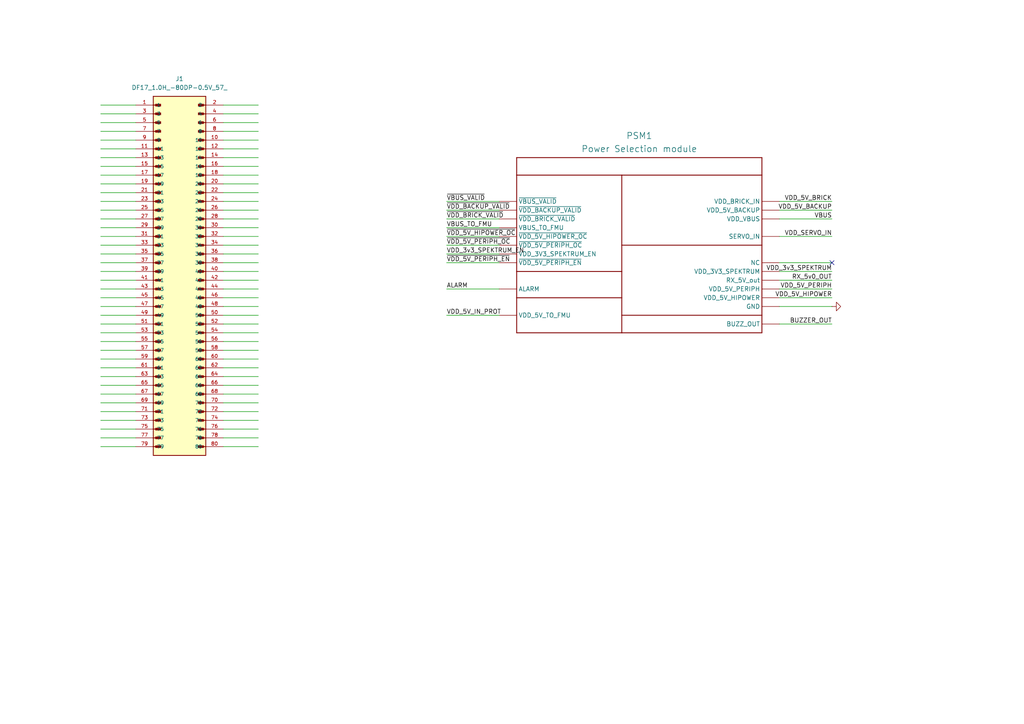
<source format=kicad_sch>
(kicad_sch
	(version 20231120)
	(generator "eeschema")
	(generator_version "8.0")
	(uuid "f38c60df-b619-41ce-9414-293378879dff")
	(paper "A4")
	(lib_symbols
		(symbol "Altium:PSMPSM"
			(exclude_from_sim no)
			(in_bom yes)
			(on_board yes)
			(property "Reference" "PSM"
				(at -23.114 43.434 0)
				(effects
					(font
						(size 1.8288 1.8288)
					)
				)
			)
			(property "Value" "Power Selection module"
				(at -23.114 -10.414 0)
				(effects
					(font
						(size 1.8288 1.8288)
					)
					(justify left bottom)
				)
			)
			(property "Footprint" "PSM"
				(at 0 0 0)
				(effects
					(font
						(size 1.27 1.27)
					)
					(hide yes)
				)
			)
			(property "Datasheet" ""
				(at 0 0 0)
				(effects
					(font
						(size 1.27 1.27)
					)
					(hide yes)
				)
			)
			(property "Description" "PCA, PSM, Assembly"
				(at 0 0 0)
				(effects
					(font
						(size 1.27 1.27)
					)
					(hide yes)
				)
			)
			(property "ki_fp_filters" "*PSM*"
				(at 0 0 0)
				(effects
					(font
						(size 1.27 1.27)
					)
					(hide yes)
				)
			)
			(symbol "PSMPSM_1_0"
				(polyline
					(pts
						(xy -22.86 -7.62) (xy -22.86 2.54)
					)
					(stroke
						(width 0.254)
						(type solid)
						(color 128 0 0 1)
					)
					(fill
						(type none)
					)
				)
				(polyline
					(pts
						(xy -22.86 2.54) (xy -22.86 10.16)
					)
					(stroke
						(width 0.254)
						(type solid)
						(color 128 0 0 1)
					)
					(fill
						(type none)
					)
				)
				(polyline
					(pts
						(xy -22.86 10.16) (xy -22.86 38.1)
					)
					(stroke
						(width 0.254)
						(type solid)
						(color 128 0 0 1)
					)
					(fill
						(type none)
					)
				)
				(polyline
					(pts
						(xy -22.86 10.16) (xy 7.62 10.16)
					)
					(stroke
						(width 0.254)
						(type solid)
						(color 128 0 0 1)
					)
					(fill
						(type none)
					)
				)
				(polyline
					(pts
						(xy -22.86 38.1) (xy 7.62 38.1)
					)
					(stroke
						(width 0.254)
						(type solid)
						(color 128 0 0 1)
					)
					(fill
						(type none)
					)
				)
				(polyline
					(pts
						(xy -22.86 43.18) (xy -22.86 38.1)
					)
					(stroke
						(width 0.254)
						(type solid)
						(color 128 0 0 1)
					)
					(fill
						(type none)
					)
				)
				(polyline
					(pts
						(xy 7.62 -7.62) (xy -22.86 -7.62)
					)
					(stroke
						(width 0.254)
						(type solid)
						(color 128 0 0 1)
					)
					(fill
						(type none)
					)
				)
				(polyline
					(pts
						(xy 7.62 -7.62) (xy 48.26 -7.62)
					)
					(stroke
						(width 0.254)
						(type solid)
						(color 128 0 0 1)
					)
					(fill
						(type none)
					)
				)
				(polyline
					(pts
						(xy 7.62 -2.54) (xy 7.62 -7.62)
					)
					(stroke
						(width 0.254)
						(type solid)
						(color 128 0 0 1)
					)
					(fill
						(type none)
					)
				)
				(polyline
					(pts
						(xy 7.62 -2.54) (xy 48.26 -2.54)
					)
					(stroke
						(width 0.254)
						(type solid)
						(color 128 0 0 1)
					)
					(fill
						(type none)
					)
				)
				(polyline
					(pts
						(xy 7.62 2.54) (xy -22.86 2.54)
					)
					(stroke
						(width 0.254)
						(type solid)
						(color 128 0 0 1)
					)
					(fill
						(type none)
					)
				)
				(polyline
					(pts
						(xy 7.62 2.54) (xy 7.62 -2.54)
					)
					(stroke
						(width 0.254)
						(type solid)
						(color 128 0 0 1)
					)
					(fill
						(type none)
					)
				)
				(polyline
					(pts
						(xy 7.62 10.16) (xy 7.62 2.54)
					)
					(stroke
						(width 0.254)
						(type solid)
						(color 128 0 0 1)
					)
					(fill
						(type none)
					)
				)
				(polyline
					(pts
						(xy 7.62 17.78) (xy 7.62 10.16)
					)
					(stroke
						(width 0.254)
						(type solid)
						(color 128 0 0 1)
					)
					(fill
						(type none)
					)
				)
				(polyline
					(pts
						(xy 7.62 17.78) (xy 48.26 17.78)
					)
					(stroke
						(width 0.254)
						(type solid)
						(color 128 0 0 1)
					)
					(fill
						(type none)
					)
				)
				(polyline
					(pts
						(xy 7.62 38.1) (xy 7.62 17.78)
					)
					(stroke
						(width 0.254)
						(type solid)
						(color 128 0 0 1)
					)
					(fill
						(type none)
					)
				)
				(polyline
					(pts
						(xy 7.62 38.1) (xy 48.26 38.1)
					)
					(stroke
						(width 0.254)
						(type solid)
						(color 128 0 0 1)
					)
					(fill
						(type none)
					)
				)
				(polyline
					(pts
						(xy 48.26 -7.62) (xy 48.26 -2.54)
					)
					(stroke
						(width 0.254)
						(type solid)
						(color 128 0 0 1)
					)
					(fill
						(type none)
					)
				)
				(polyline
					(pts
						(xy 48.26 -2.54) (xy 48.26 17.78)
					)
					(stroke
						(width 0.254)
						(type solid)
						(color 128 0 0 1)
					)
					(fill
						(type none)
					)
				)
				(polyline
					(pts
						(xy 48.26 17.78) (xy 48.26 38.1)
					)
					(stroke
						(width 0.254)
						(type solid)
						(color 128 0 0 1)
					)
					(fill
						(type none)
					)
				)
				(polyline
					(pts
						(xy 48.26 38.1) (xy 48.26 43.18)
					)
					(stroke
						(width 0.254)
						(type solid)
						(color 128 0 0 1)
					)
					(fill
						(type none)
					)
				)
				(polyline
					(pts
						(xy 48.26 43.18) (xy -22.86 43.18)
					)
					(stroke
						(width 0.254)
						(type solid)
						(color 128 0 0 1)
					)
					(fill
						(type none)
					)
				)
				(pin passive line
					(at -27.94 30.48 0)
					(length 5.08)
					(name "~{VBUS_VALID}"
						(effects
							(font
								(size 1.27 1.27)
							)
						)
					)
					(number "!VBUS_VALID"
						(effects
							(font
								(size 0 0)
							)
						)
					)
				)
				(pin passive line
					(at -27.94 20.32 0)
					(length 5.08)
					(name "~{VDD_5V_HIPOWER_OC}"
						(effects
							(font
								(size 1.27 1.27)
							)
						)
					)
					(number "!VDD_5V_HIPOWER_OC"
						(effects
							(font
								(size 0 0)
							)
						)
					)
				)
				(pin passive line
					(at -27.94 12.7 0)
					(length 5.08)
					(name "~{VDD_5V_PERIPH_EN}"
						(effects
							(font
								(size 1.27 1.27)
							)
						)
					)
					(number "!VDD_5V_PERIPH_EN"
						(effects
							(font
								(size 0 0)
							)
						)
					)
				)
				(pin passive line
					(at -27.94 17.78 0)
					(length 5.08)
					(name "~{VDD_5V_PERIPH_OC}"
						(effects
							(font
								(size 1.27 1.27)
							)
						)
					)
					(number "!VDD_5V_PERIPH_OC"
						(effects
							(font
								(size 0 0)
							)
						)
					)
				)
				(pin passive line
					(at -27.94 27.94 0)
					(length 5.08)
					(name "~{VDD_BACKUP_VALID}"
						(effects
							(font
								(size 1.27 1.27)
							)
						)
					)
					(number "!VDD_BACKUP_VALID"
						(effects
							(font
								(size 0 0)
							)
						)
					)
				)
				(pin passive line
					(at -27.94 25.4 0)
					(length 5.08)
					(name "~{VDD_BRICK_VALID}"
						(effects
							(font
								(size 1.27 1.27)
							)
						)
					)
					(number "!VDD_BRICK_VALID"
						(effects
							(font
								(size 0 0)
							)
						)
					)
				)
				(pin passive line
					(at 53.34 2.54 180)
					(length 5.08)
					(name "VDD_5V_HIPOWER"
						(effects
							(font
								(size 1.27 1.27)
							)
						)
					)
					(number "5V_HIPOWER"
						(effects
							(font
								(size 0 0)
							)
						)
					)
				)
				(pin passive line
					(at 53.34 5.08 180)
					(length 5.08)
					(name "VDD_5V_PERIPH"
						(effects
							(font
								(size 1.27 1.27)
							)
						)
					)
					(number "5V_PERIPH"
						(effects
							(font
								(size 0 0)
							)
						)
					)
				)
				(pin passive line
					(at -27.94 5.08 0)
					(length 5.08)
					(name "ALARM"
						(effects
							(font
								(size 1.27 1.27)
							)
						)
					)
					(number "ALARM"
						(effects
							(font
								(size 0 0)
							)
						)
					)
				)
				(pin passive line
					(at 53.34 -5.08 180)
					(length 5.08)
					(name "BUZZ_OUT"
						(effects
							(font
								(size 1.27 1.27)
							)
						)
					)
					(number "BUZZER_OUT"
						(effects
							(font
								(size 0 0)
							)
						)
					)
				)
				(pin passive line
					(at 53.34 0 180)
					(length 5.08)
					(name "GND"
						(effects
							(font
								(size 1.27 1.27)
							)
						)
					)
					(number "GND"
						(effects
							(font
								(size 0 0)
							)
						)
					)
				)
				(pin passive line
					(at 53.34 12.7 180)
					(length 5.08)
					(name "NC"
						(effects
							(font
								(size 1.27 1.27)
							)
						)
					)
					(number "NC"
						(effects
							(font
								(size 0 0)
							)
						)
					)
				)
				(pin passive line
					(at 53.34 7.62 180)
					(length 5.08)
					(name "RX_5V_out"
						(effects
							(font
								(size 1.27 1.27)
							)
						)
					)
					(number "RX"
						(effects
							(font
								(size 0 0)
							)
						)
					)
				)
				(pin passive line
					(at 53.34 20.32 180)
					(length 5.08)
					(name "SERVO_IN"
						(effects
							(font
								(size 1.27 1.27)
							)
						)
					)
					(number "SERVO_IN"
						(effects
							(font
								(size 0 0)
							)
						)
					)
				)
				(pin passive line
					(at 53.34 10.16 180)
					(length 5.08)
					(name "VDD_3V3_SPEKTRUM"
						(effects
							(font
								(size 1.27 1.27)
							)
						)
					)
					(number "SPEK"
						(effects
							(font
								(size 0 0)
							)
						)
					)
				)
				(pin passive line
					(at -27.94 22.86 0)
					(length 5.08)
					(name "VBUS_TO_FMU"
						(effects
							(font
								(size 1.27 1.27)
							)
						)
					)
					(number "VBUS"
						(effects
							(font
								(size 0 0)
							)
						)
					)
				)
				(pin passive line
					(at -27.94 15.24 0)
					(length 5.08)
					(name "VDD_3V3_SPEKTRUM_EN"
						(effects
							(font
								(size 1.27 1.27)
							)
						)
					)
					(number "VDD_3V3_SPEKTRUM_EN"
						(effects
							(font
								(size 0 0)
							)
						)
					)
				)
				(pin passive line
					(at 53.34 27.94 180)
					(length 5.08)
					(name "VDD_5V_BACKUP"
						(effects
							(font
								(size 1.27 1.27)
							)
						)
					)
					(number "VDD_5V_BACKUP"
						(effects
							(font
								(size 0 0)
							)
						)
					)
				)
				(pin passive line
					(at -27.94 -2.54 0)
					(length 5.08)
					(name "VDD_5V_TO_FMU"
						(effects
							(font
								(size 1.27 1.27)
							)
						)
					)
					(number "VDD_5V_IN_PROT"
						(effects
							(font
								(size 0 0)
							)
						)
					)
				)
				(pin passive line
					(at 53.34 30.48 180)
					(length 5.08)
					(name "VDD_BRICK_IN"
						(effects
							(font
								(size 1.27 1.27)
							)
						)
					)
					(number "VDD_BRICK_IN"
						(effects
							(font
								(size 0 0)
							)
						)
					)
				)
				(pin passive line
					(at 53.34 25.4 180)
					(length 5.08)
					(name "VDD_VBUS"
						(effects
							(font
								(size 1.27 1.27)
							)
						)
					)
					(number "VDD_VBUS"
						(effects
							(font
								(size 0 0)
							)
						)
					)
				)
			)
		)
		(symbol "DF17(1.0H)-80DP-0.5V(57):DF17_1.0H_-80DP-0.5V_57_"
			(pin_names
				(offset 1.016)
			)
			(exclude_from_sim no)
			(in_bom yes)
			(on_board yes)
			(property "Reference" "J"
				(at -8.12 53.34 0)
				(effects
					(font
						(size 1.27 1.27)
					)
					(justify left bottom)
				)
			)
			(property "Value" "DF17_1.0H_-80DP-0.5V_57_"
				(at -7.62 -53.34 0)
				(effects
					(font
						(size 1.27 1.27)
					)
					(justify left bottom)
				)
			)
			(property "Footprint" "DF17_1.0H_-80DP-0.5V_57_:HRS_DF17_1.0H_-80DP-0.5V_57_"
				(at 0 0 0)
				(effects
					(font
						(size 1.27 1.27)
					)
					(justify bottom)
					(hide yes)
				)
			)
			(property "Datasheet" ""
				(at 0 0 0)
				(effects
					(font
						(size 1.27 1.27)
					)
					(hide yes)
				)
			)
			(property "Description" ""
				(at 0 0 0)
				(effects
					(font
						(size 1.27 1.27)
					)
					(hide yes)
				)
			)
			(property "MANUFACTURER" "HRS"
				(at 0 0 0)
				(effects
					(font
						(size 1.27 1.27)
					)
					(justify bottom)
					(hide yes)
				)
			)
			(symbol "DF17_1.0H_-80DP-0.5V_57__0_0"
				(rectangle
					(start -7.62 -50.8)
					(end 7.62 53.34)
					(stroke
						(width 0.254)
						(type default)
					)
					(fill
						(type background)
					)
				)
				(rectangle
					(start -6.985 -48.5775)
					(end -5.3975 -47.9425)
					(stroke
						(width 0.1)
						(type default)
					)
					(fill
						(type outline)
					)
				)
				(rectangle
					(start -6.985 -46.0375)
					(end -5.3975 -45.4025)
					(stroke
						(width 0.1)
						(type default)
					)
					(fill
						(type outline)
					)
				)
				(rectangle
					(start -6.985 -43.4975)
					(end -5.3975 -42.8625)
					(stroke
						(width 0.1)
						(type default)
					)
					(fill
						(type outline)
					)
				)
				(rectangle
					(start -6.985 -40.9575)
					(end -5.3975 -40.3225)
					(stroke
						(width 0.1)
						(type default)
					)
					(fill
						(type outline)
					)
				)
				(rectangle
					(start -6.985 -38.4175)
					(end -5.3975 -37.7825)
					(stroke
						(width 0.1)
						(type default)
					)
					(fill
						(type outline)
					)
				)
				(rectangle
					(start -6.985 -35.8775)
					(end -5.3975 -35.2425)
					(stroke
						(width 0.1)
						(type default)
					)
					(fill
						(type outline)
					)
				)
				(rectangle
					(start -6.985 -33.3375)
					(end -5.3975 -32.7025)
					(stroke
						(width 0.1)
						(type default)
					)
					(fill
						(type outline)
					)
				)
				(rectangle
					(start -6.985 -30.7975)
					(end -5.3975 -30.1625)
					(stroke
						(width 0.1)
						(type default)
					)
					(fill
						(type outline)
					)
				)
				(rectangle
					(start -6.985 -28.2575)
					(end -5.3975 -27.6225)
					(stroke
						(width 0.1)
						(type default)
					)
					(fill
						(type outline)
					)
				)
				(rectangle
					(start -6.985 -25.7175)
					(end -5.3975 -25.0825)
					(stroke
						(width 0.1)
						(type default)
					)
					(fill
						(type outline)
					)
				)
				(rectangle
					(start -6.985 -23.1775)
					(end -5.3975 -22.5425)
					(stroke
						(width 0.1)
						(type default)
					)
					(fill
						(type outline)
					)
				)
				(rectangle
					(start -6.985 -20.6375)
					(end -5.3975 -20.0025)
					(stroke
						(width 0.1)
						(type default)
					)
					(fill
						(type outline)
					)
				)
				(rectangle
					(start -6.985 -18.0975)
					(end -5.3975 -17.4625)
					(stroke
						(width 0.1)
						(type default)
					)
					(fill
						(type outline)
					)
				)
				(rectangle
					(start -6.985 -15.5575)
					(end -5.3975 -14.9225)
					(stroke
						(width 0.1)
						(type default)
					)
					(fill
						(type outline)
					)
				)
				(rectangle
					(start -6.985 -13.0175)
					(end -5.3975 -12.3825)
					(stroke
						(width 0.1)
						(type default)
					)
					(fill
						(type outline)
					)
				)
				(rectangle
					(start -6.985 -10.4775)
					(end -5.3975 -9.8425)
					(stroke
						(width 0.1)
						(type default)
					)
					(fill
						(type outline)
					)
				)
				(rectangle
					(start -6.985 -7.9375)
					(end -5.3975 -7.3025)
					(stroke
						(width 0.1)
						(type default)
					)
					(fill
						(type outline)
					)
				)
				(rectangle
					(start -6.985 -5.3975)
					(end -5.3975 -4.7625)
					(stroke
						(width 0.1)
						(type default)
					)
					(fill
						(type outline)
					)
				)
				(rectangle
					(start -6.985 -2.8575)
					(end -5.3975 -2.2225)
					(stroke
						(width 0.1)
						(type default)
					)
					(fill
						(type outline)
					)
				)
				(rectangle
					(start -6.985 -0.3175)
					(end -5.3975 0.3175)
					(stroke
						(width 0.1)
						(type default)
					)
					(fill
						(type outline)
					)
				)
				(rectangle
					(start -6.985 2.2225)
					(end -5.3975 2.8575)
					(stroke
						(width 0.1)
						(type default)
					)
					(fill
						(type outline)
					)
				)
				(rectangle
					(start -6.985 4.7625)
					(end -5.3975 5.3975)
					(stroke
						(width 0.1)
						(type default)
					)
					(fill
						(type outline)
					)
				)
				(rectangle
					(start -6.985 7.3025)
					(end -5.3975 7.9375)
					(stroke
						(width 0.1)
						(type default)
					)
					(fill
						(type outline)
					)
				)
				(rectangle
					(start -6.985 9.8425)
					(end -5.3975 10.4775)
					(stroke
						(width 0.1)
						(type default)
					)
					(fill
						(type outline)
					)
				)
				(rectangle
					(start -6.985 12.3825)
					(end -5.3975 13.0175)
					(stroke
						(width 0.1)
						(type default)
					)
					(fill
						(type outline)
					)
				)
				(rectangle
					(start -6.985 14.9225)
					(end -5.3975 15.5575)
					(stroke
						(width 0.1)
						(type default)
					)
					(fill
						(type outline)
					)
				)
				(rectangle
					(start -6.985 17.4625)
					(end -5.3975 18.0975)
					(stroke
						(width 0.1)
						(type default)
					)
					(fill
						(type outline)
					)
				)
				(rectangle
					(start -6.985 20.0025)
					(end -5.3975 20.6375)
					(stroke
						(width 0.1)
						(type default)
					)
					(fill
						(type outline)
					)
				)
				(rectangle
					(start -6.985 22.5425)
					(end -5.3975 23.1775)
					(stroke
						(width 0.1)
						(type default)
					)
					(fill
						(type outline)
					)
				)
				(rectangle
					(start -6.985 25.0825)
					(end -5.3975 25.7175)
					(stroke
						(width 0.1)
						(type default)
					)
					(fill
						(type outline)
					)
				)
				(rectangle
					(start -6.985 27.6225)
					(end -5.3975 28.2575)
					(stroke
						(width 0.1)
						(type default)
					)
					(fill
						(type outline)
					)
				)
				(rectangle
					(start -6.985 30.1625)
					(end -5.3975 30.7975)
					(stroke
						(width 0.1)
						(type default)
					)
					(fill
						(type outline)
					)
				)
				(rectangle
					(start -6.985 32.7025)
					(end -5.3975 33.3375)
					(stroke
						(width 0.1)
						(type default)
					)
					(fill
						(type outline)
					)
				)
				(rectangle
					(start -6.985 35.2425)
					(end -5.3975 35.8775)
					(stroke
						(width 0.1)
						(type default)
					)
					(fill
						(type outline)
					)
				)
				(rectangle
					(start -6.985 37.7825)
					(end -5.3975 38.4175)
					(stroke
						(width 0.1)
						(type default)
					)
					(fill
						(type outline)
					)
				)
				(rectangle
					(start -6.985 40.3225)
					(end -5.3975 40.9575)
					(stroke
						(width 0.1)
						(type default)
					)
					(fill
						(type outline)
					)
				)
				(rectangle
					(start -6.985 42.8625)
					(end -5.3975 43.4975)
					(stroke
						(width 0.1)
						(type default)
					)
					(fill
						(type outline)
					)
				)
				(rectangle
					(start -6.985 45.4025)
					(end -5.3975 46.0375)
					(stroke
						(width 0.1)
						(type default)
					)
					(fill
						(type outline)
					)
				)
				(rectangle
					(start -6.985 47.9425)
					(end -5.3975 48.5775)
					(stroke
						(width 0.1)
						(type default)
					)
					(fill
						(type outline)
					)
				)
				(rectangle
					(start -6.985 50.4825)
					(end -5.3975 51.1175)
					(stroke
						(width 0.1)
						(type default)
					)
					(fill
						(type outline)
					)
				)
				(polyline
					(pts
						(xy -7.62 -48.26) (xy -5.715 -48.26)
					)
					(stroke
						(width 0.254)
						(type default)
					)
					(fill
						(type none)
					)
				)
				(polyline
					(pts
						(xy -7.62 -45.72) (xy -5.715 -45.72)
					)
					(stroke
						(width 0.254)
						(type default)
					)
					(fill
						(type none)
					)
				)
				(polyline
					(pts
						(xy -7.62 -43.18) (xy -5.715 -43.18)
					)
					(stroke
						(width 0.254)
						(type default)
					)
					(fill
						(type none)
					)
				)
				(polyline
					(pts
						(xy -7.62 -40.64) (xy -5.715 -40.64)
					)
					(stroke
						(width 0.254)
						(type default)
					)
					(fill
						(type none)
					)
				)
				(polyline
					(pts
						(xy -7.62 -38.1) (xy -5.715 -38.1)
					)
					(stroke
						(width 0.254)
						(type default)
					)
					(fill
						(type none)
					)
				)
				(polyline
					(pts
						(xy -7.62 -35.56) (xy -5.715 -35.56)
					)
					(stroke
						(width 0.254)
						(type default)
					)
					(fill
						(type none)
					)
				)
				(polyline
					(pts
						(xy -7.62 -33.02) (xy -5.715 -33.02)
					)
					(stroke
						(width 0.254)
						(type default)
					)
					(fill
						(type none)
					)
				)
				(polyline
					(pts
						(xy -7.62 -30.48) (xy -5.715 -30.48)
					)
					(stroke
						(width 0.254)
						(type default)
					)
					(fill
						(type none)
					)
				)
				(polyline
					(pts
						(xy -7.62 -27.94) (xy -5.715 -27.94)
					)
					(stroke
						(width 0.254)
						(type default)
					)
					(fill
						(type none)
					)
				)
				(polyline
					(pts
						(xy -7.62 -25.4) (xy -5.715 -25.4)
					)
					(stroke
						(width 0.254)
						(type default)
					)
					(fill
						(type none)
					)
				)
				(polyline
					(pts
						(xy -7.62 -22.86) (xy -5.715 -22.86)
					)
					(stroke
						(width 0.254)
						(type default)
					)
					(fill
						(type none)
					)
				)
				(polyline
					(pts
						(xy -7.62 -20.32) (xy -5.715 -20.32)
					)
					(stroke
						(width 0.254)
						(type default)
					)
					(fill
						(type none)
					)
				)
				(polyline
					(pts
						(xy -7.62 -17.78) (xy -5.715 -17.78)
					)
					(stroke
						(width 0.254)
						(type default)
					)
					(fill
						(type none)
					)
				)
				(polyline
					(pts
						(xy -7.62 -15.24) (xy -5.715 -15.24)
					)
					(stroke
						(width 0.254)
						(type default)
					)
					(fill
						(type none)
					)
				)
				(polyline
					(pts
						(xy -7.62 -12.7) (xy -5.715 -12.7)
					)
					(stroke
						(width 0.254)
						(type default)
					)
					(fill
						(type none)
					)
				)
				(polyline
					(pts
						(xy -7.62 -10.16) (xy -5.715 -10.16)
					)
					(stroke
						(width 0.254)
						(type default)
					)
					(fill
						(type none)
					)
				)
				(polyline
					(pts
						(xy -7.62 -7.62) (xy -5.715 -7.62)
					)
					(stroke
						(width 0.254)
						(type default)
					)
					(fill
						(type none)
					)
				)
				(polyline
					(pts
						(xy -7.62 -5.08) (xy -5.715 -5.08)
					)
					(stroke
						(width 0.254)
						(type default)
					)
					(fill
						(type none)
					)
				)
				(polyline
					(pts
						(xy -7.62 -2.54) (xy -5.715 -2.54)
					)
					(stroke
						(width 0.254)
						(type default)
					)
					(fill
						(type none)
					)
				)
				(polyline
					(pts
						(xy -7.62 0) (xy -5.715 0)
					)
					(stroke
						(width 0.254)
						(type default)
					)
					(fill
						(type none)
					)
				)
				(polyline
					(pts
						(xy -7.62 2.54) (xy -5.715 2.54)
					)
					(stroke
						(width 0.254)
						(type default)
					)
					(fill
						(type none)
					)
				)
				(polyline
					(pts
						(xy -7.62 5.08) (xy -5.715 5.08)
					)
					(stroke
						(width 0.254)
						(type default)
					)
					(fill
						(type none)
					)
				)
				(polyline
					(pts
						(xy -7.62 7.62) (xy -5.715 7.62)
					)
					(stroke
						(width 0.254)
						(type default)
					)
					(fill
						(type none)
					)
				)
				(polyline
					(pts
						(xy -7.62 10.16) (xy -5.715 10.16)
					)
					(stroke
						(width 0.254)
						(type default)
					)
					(fill
						(type none)
					)
				)
				(polyline
					(pts
						(xy -7.62 12.7) (xy -5.715 12.7)
					)
					(stroke
						(width 0.254)
						(type default)
					)
					(fill
						(type none)
					)
				)
				(polyline
					(pts
						(xy -7.62 15.24) (xy -5.715 15.24)
					)
					(stroke
						(width 0.254)
						(type default)
					)
					(fill
						(type none)
					)
				)
				(polyline
					(pts
						(xy -7.62 17.78) (xy -5.715 17.78)
					)
					(stroke
						(width 0.254)
						(type default)
					)
					(fill
						(type none)
					)
				)
				(polyline
					(pts
						(xy -7.62 20.32) (xy -5.715 20.32)
					)
					(stroke
						(width 0.254)
						(type default)
					)
					(fill
						(type none)
					)
				)
				(polyline
					(pts
						(xy -7.62 22.86) (xy -5.715 22.86)
					)
					(stroke
						(width 0.254)
						(type default)
					)
					(fill
						(type none)
					)
				)
				(polyline
					(pts
						(xy -7.62 25.4) (xy -5.715 25.4)
					)
					(stroke
						(width 0.254)
						(type default)
					)
					(fill
						(type none)
					)
				)
				(polyline
					(pts
						(xy -7.62 27.94) (xy -5.715 27.94)
					)
					(stroke
						(width 0.254)
						(type default)
					)
					(fill
						(type none)
					)
				)
				(polyline
					(pts
						(xy -7.62 30.48) (xy -5.715 30.48)
					)
					(stroke
						(width 0.254)
						(type default)
					)
					(fill
						(type none)
					)
				)
				(polyline
					(pts
						(xy -7.62 33.02) (xy -5.715 33.02)
					)
					(stroke
						(width 0.254)
						(type default)
					)
					(fill
						(type none)
					)
				)
				(polyline
					(pts
						(xy -7.62 35.56) (xy -5.715 35.56)
					)
					(stroke
						(width 0.254)
						(type default)
					)
					(fill
						(type none)
					)
				)
				(polyline
					(pts
						(xy -7.62 38.1) (xy -5.715 38.1)
					)
					(stroke
						(width 0.254)
						(type default)
					)
					(fill
						(type none)
					)
				)
				(polyline
					(pts
						(xy -7.62 40.64) (xy -5.715 40.64)
					)
					(stroke
						(width 0.254)
						(type default)
					)
					(fill
						(type none)
					)
				)
				(polyline
					(pts
						(xy -7.62 43.18) (xy -5.715 43.18)
					)
					(stroke
						(width 0.254)
						(type default)
					)
					(fill
						(type none)
					)
				)
				(polyline
					(pts
						(xy -7.62 45.72) (xy -5.715 45.72)
					)
					(stroke
						(width 0.254)
						(type default)
					)
					(fill
						(type none)
					)
				)
				(polyline
					(pts
						(xy -7.62 48.26) (xy -5.715 48.26)
					)
					(stroke
						(width 0.254)
						(type default)
					)
					(fill
						(type none)
					)
				)
				(polyline
					(pts
						(xy -7.62 50.8) (xy -5.715 50.8)
					)
					(stroke
						(width 0.254)
						(type default)
					)
					(fill
						(type none)
					)
				)
				(polyline
					(pts
						(xy 7.62 -48.26) (xy 5.715 -48.26)
					)
					(stroke
						(width 0.254)
						(type default)
					)
					(fill
						(type none)
					)
				)
				(polyline
					(pts
						(xy 7.62 -45.72) (xy 5.715 -45.72)
					)
					(stroke
						(width 0.254)
						(type default)
					)
					(fill
						(type none)
					)
				)
				(polyline
					(pts
						(xy 7.62 -43.18) (xy 5.715 -43.18)
					)
					(stroke
						(width 0.254)
						(type default)
					)
					(fill
						(type none)
					)
				)
				(polyline
					(pts
						(xy 7.62 -40.64) (xy 5.715 -40.64)
					)
					(stroke
						(width 0.254)
						(type default)
					)
					(fill
						(type none)
					)
				)
				(polyline
					(pts
						(xy 7.62 -38.1) (xy 5.715 -38.1)
					)
					(stroke
						(width 0.254)
						(type default)
					)
					(fill
						(type none)
					)
				)
				(polyline
					(pts
						(xy 7.62 -35.56) (xy 5.715 -35.56)
					)
					(stroke
						(width 0.254)
						(type default)
					)
					(fill
						(type none)
					)
				)
				(polyline
					(pts
						(xy 7.62 -33.02) (xy 5.715 -33.02)
					)
					(stroke
						(width 0.254)
						(type default)
					)
					(fill
						(type none)
					)
				)
				(polyline
					(pts
						(xy 7.62 -30.48) (xy 5.715 -30.48)
					)
					(stroke
						(width 0.254)
						(type default)
					)
					(fill
						(type none)
					)
				)
				(polyline
					(pts
						(xy 7.62 -27.94) (xy 5.715 -27.94)
					)
					(stroke
						(width 0.254)
						(type default)
					)
					(fill
						(type none)
					)
				)
				(polyline
					(pts
						(xy 7.62 -25.4) (xy 5.715 -25.4)
					)
					(stroke
						(width 0.254)
						(type default)
					)
					(fill
						(type none)
					)
				)
				(polyline
					(pts
						(xy 7.62 -22.86) (xy 5.715 -22.86)
					)
					(stroke
						(width 0.254)
						(type default)
					)
					(fill
						(type none)
					)
				)
				(polyline
					(pts
						(xy 7.62 -20.32) (xy 5.715 -20.32)
					)
					(stroke
						(width 0.254)
						(type default)
					)
					(fill
						(type none)
					)
				)
				(polyline
					(pts
						(xy 7.62 -17.78) (xy 5.715 -17.78)
					)
					(stroke
						(width 0.254)
						(type default)
					)
					(fill
						(type none)
					)
				)
				(polyline
					(pts
						(xy 7.62 -15.24) (xy 5.715 -15.24)
					)
					(stroke
						(width 0.254)
						(type default)
					)
					(fill
						(type none)
					)
				)
				(polyline
					(pts
						(xy 7.62 -12.7) (xy 5.715 -12.7)
					)
					(stroke
						(width 0.254)
						(type default)
					)
					(fill
						(type none)
					)
				)
				(polyline
					(pts
						(xy 7.62 -10.16) (xy 5.715 -10.16)
					)
					(stroke
						(width 0.254)
						(type default)
					)
					(fill
						(type none)
					)
				)
				(polyline
					(pts
						(xy 7.62 -7.62) (xy 5.715 -7.62)
					)
					(stroke
						(width 0.254)
						(type default)
					)
					(fill
						(type none)
					)
				)
				(polyline
					(pts
						(xy 7.62 -5.08) (xy 5.715 -5.08)
					)
					(stroke
						(width 0.254)
						(type default)
					)
					(fill
						(type none)
					)
				)
				(polyline
					(pts
						(xy 7.62 -2.54) (xy 5.715 -2.54)
					)
					(stroke
						(width 0.254)
						(type default)
					)
					(fill
						(type none)
					)
				)
				(polyline
					(pts
						(xy 7.62 0) (xy 5.715 0)
					)
					(stroke
						(width 0.254)
						(type default)
					)
					(fill
						(type none)
					)
				)
				(polyline
					(pts
						(xy 7.62 2.54) (xy 5.715 2.54)
					)
					(stroke
						(width 0.254)
						(type default)
					)
					(fill
						(type none)
					)
				)
				(polyline
					(pts
						(xy 7.62 5.08) (xy 5.715 5.08)
					)
					(stroke
						(width 0.254)
						(type default)
					)
					(fill
						(type none)
					)
				)
				(polyline
					(pts
						(xy 7.62 7.62) (xy 5.715 7.62)
					)
					(stroke
						(width 0.254)
						(type default)
					)
					(fill
						(type none)
					)
				)
				(polyline
					(pts
						(xy 7.62 10.16) (xy 5.715 10.16)
					)
					(stroke
						(width 0.254)
						(type default)
					)
					(fill
						(type none)
					)
				)
				(polyline
					(pts
						(xy 7.62 12.7) (xy 5.715 12.7)
					)
					(stroke
						(width 0.254)
						(type default)
					)
					(fill
						(type none)
					)
				)
				(polyline
					(pts
						(xy 7.62 15.24) (xy 5.715 15.24)
					)
					(stroke
						(width 0.254)
						(type default)
					)
					(fill
						(type none)
					)
				)
				(polyline
					(pts
						(xy 7.62 17.78) (xy 5.715 17.78)
					)
					(stroke
						(width 0.254)
						(type default)
					)
					(fill
						(type none)
					)
				)
				(polyline
					(pts
						(xy 7.62 20.32) (xy 5.715 20.32)
					)
					(stroke
						(width 0.254)
						(type default)
					)
					(fill
						(type none)
					)
				)
				(polyline
					(pts
						(xy 7.62 22.86) (xy 5.715 22.86)
					)
					(stroke
						(width 0.254)
						(type default)
					)
					(fill
						(type none)
					)
				)
				(polyline
					(pts
						(xy 7.62 25.4) (xy 5.715 25.4)
					)
					(stroke
						(width 0.254)
						(type default)
					)
					(fill
						(type none)
					)
				)
				(polyline
					(pts
						(xy 7.62 27.94) (xy 5.715 27.94)
					)
					(stroke
						(width 0.254)
						(type default)
					)
					(fill
						(type none)
					)
				)
				(polyline
					(pts
						(xy 7.62 30.48) (xy 5.715 30.48)
					)
					(stroke
						(width 0.254)
						(type default)
					)
					(fill
						(type none)
					)
				)
				(polyline
					(pts
						(xy 7.62 33.02) (xy 5.715 33.02)
					)
					(stroke
						(width 0.254)
						(type default)
					)
					(fill
						(type none)
					)
				)
				(polyline
					(pts
						(xy 7.62 35.56) (xy 5.715 35.56)
					)
					(stroke
						(width 0.254)
						(type default)
					)
					(fill
						(type none)
					)
				)
				(polyline
					(pts
						(xy 7.62 38.1) (xy 5.715 38.1)
					)
					(stroke
						(width 0.254)
						(type default)
					)
					(fill
						(type none)
					)
				)
				(polyline
					(pts
						(xy 7.62 40.64) (xy 5.715 40.64)
					)
					(stroke
						(width 0.254)
						(type default)
					)
					(fill
						(type none)
					)
				)
				(polyline
					(pts
						(xy 7.62 43.18) (xy 5.715 43.18)
					)
					(stroke
						(width 0.254)
						(type default)
					)
					(fill
						(type none)
					)
				)
				(polyline
					(pts
						(xy 7.62 45.72) (xy 5.715 45.72)
					)
					(stroke
						(width 0.254)
						(type default)
					)
					(fill
						(type none)
					)
				)
				(polyline
					(pts
						(xy 7.62 48.26) (xy 5.715 48.26)
					)
					(stroke
						(width 0.254)
						(type default)
					)
					(fill
						(type none)
					)
				)
				(polyline
					(pts
						(xy 7.62 50.8) (xy 5.715 50.8)
					)
					(stroke
						(width 0.254)
						(type default)
					)
					(fill
						(type none)
					)
				)
				(rectangle
					(start 6.985 -48.5775)
					(end 5.3975 -47.9425)
					(stroke
						(width 0.1)
						(type default)
					)
					(fill
						(type outline)
					)
				)
				(rectangle
					(start 6.985 -46.0375)
					(end 5.3975 -45.4025)
					(stroke
						(width 0.1)
						(type default)
					)
					(fill
						(type outline)
					)
				)
				(rectangle
					(start 6.985 -43.4975)
					(end 5.3975 -42.8625)
					(stroke
						(width 0.1)
						(type default)
					)
					(fill
						(type outline)
					)
				)
				(rectangle
					(start 6.985 -40.9575)
					(end 5.3975 -40.3225)
					(stroke
						(width 0.1)
						(type default)
					)
					(fill
						(type outline)
					)
				)
				(rectangle
					(start 6.985 -38.4175)
					(end 5.3975 -37.7825)
					(stroke
						(width 0.1)
						(type default)
					)
					(fill
						(type outline)
					)
				)
				(rectangle
					(start 6.985 -35.8775)
					(end 5.3975 -35.2425)
					(stroke
						(width 0.1)
						(type default)
					)
					(fill
						(type outline)
					)
				)
				(rectangle
					(start 6.985 -33.3375)
					(end 5.3975 -32.7025)
					(stroke
						(width 0.1)
						(type default)
					)
					(fill
						(type outline)
					)
				)
				(rectangle
					(start 6.985 -30.7975)
					(end 5.3975 -30.1625)
					(stroke
						(width 0.1)
						(type default)
					)
					(fill
						(type outline)
					)
				)
				(rectangle
					(start 6.985 -28.2575)
					(end 5.3975 -27.6225)
					(stroke
						(width 0.1)
						(type default)
					)
					(fill
						(type outline)
					)
				)
				(rectangle
					(start 6.985 -25.7175)
					(end 5.3975 -25.0825)
					(stroke
						(width 0.1)
						(type default)
					)
					(fill
						(type outline)
					)
				)
				(rectangle
					(start 6.985 -23.1775)
					(end 5.3975 -22.5425)
					(stroke
						(width 0.1)
						(type default)
					)
					(fill
						(type outline)
					)
				)
				(rectangle
					(start 6.985 -20.6375)
					(end 5.3975 -20.0025)
					(stroke
						(width 0.1)
						(type default)
					)
					(fill
						(type outline)
					)
				)
				(rectangle
					(start 6.985 -18.0975)
					(end 5.3975 -17.4625)
					(stroke
						(width 0.1)
						(type default)
					)
					(fill
						(type outline)
					)
				)
				(rectangle
					(start 6.985 -15.5575)
					(end 5.3975 -14.9225)
					(stroke
						(width 0.1)
						(type default)
					)
					(fill
						(type outline)
					)
				)
				(rectangle
					(start 6.985 -13.0175)
					(end 5.3975 -12.3825)
					(stroke
						(width 0.1)
						(type default)
					)
					(fill
						(type outline)
					)
				)
				(rectangle
					(start 6.985 -10.4775)
					(end 5.3975 -9.8425)
					(stroke
						(width 0.1)
						(type default)
					)
					(fill
						(type outline)
					)
				)
				(rectangle
					(start 6.985 -7.9375)
					(end 5.3975 -7.3025)
					(stroke
						(width 0.1)
						(type default)
					)
					(fill
						(type outline)
					)
				)
				(rectangle
					(start 6.985 -5.3975)
					(end 5.3975 -4.7625)
					(stroke
						(width 0.1)
						(type default)
					)
					(fill
						(type outline)
					)
				)
				(rectangle
					(start 6.985 -2.8575)
					(end 5.3975 -2.2225)
					(stroke
						(width 0.1)
						(type default)
					)
					(fill
						(type outline)
					)
				)
				(rectangle
					(start 6.985 -0.3175)
					(end 5.3975 0.3175)
					(stroke
						(width 0.1)
						(type default)
					)
					(fill
						(type outline)
					)
				)
				(rectangle
					(start 6.985 2.2225)
					(end 5.3975 2.8575)
					(stroke
						(width 0.1)
						(type default)
					)
					(fill
						(type outline)
					)
				)
				(rectangle
					(start 6.985 4.7625)
					(end 5.3975 5.3975)
					(stroke
						(width 0.1)
						(type default)
					)
					(fill
						(type outline)
					)
				)
				(rectangle
					(start 6.985 7.3025)
					(end 5.3975 7.9375)
					(stroke
						(width 0.1)
						(type default)
					)
					(fill
						(type outline)
					)
				)
				(rectangle
					(start 6.985 9.8425)
					(end 5.3975 10.4775)
					(stroke
						(width 0.1)
						(type default)
					)
					(fill
						(type outline)
					)
				)
				(rectangle
					(start 6.985 12.3825)
					(end 5.3975 13.0175)
					(stroke
						(width 0.1)
						(type default)
					)
					(fill
						(type outline)
					)
				)
				(rectangle
					(start 6.985 14.9225)
					(end 5.3975 15.5575)
					(stroke
						(width 0.1)
						(type default)
					)
					(fill
						(type outline)
					)
				)
				(rectangle
					(start 6.985 17.4625)
					(end 5.3975 18.0975)
					(stroke
						(width 0.1)
						(type default)
					)
					(fill
						(type outline)
					)
				)
				(rectangle
					(start 6.985 20.0025)
					(end 5.3975 20.6375)
					(stroke
						(width 0.1)
						(type default)
					)
					(fill
						(type outline)
					)
				)
				(rectangle
					(start 6.985 22.5425)
					(end 5.3975 23.1775)
					(stroke
						(width 0.1)
						(type default)
					)
					(fill
						(type outline)
					)
				)
				(rectangle
					(start 6.985 25.0825)
					(end 5.3975 25.7175)
					(stroke
						(width 0.1)
						(type default)
					)
					(fill
						(type outline)
					)
				)
				(rectangle
					(start 6.985 27.6225)
					(end 5.3975 28.2575)
					(stroke
						(width 0.1)
						(type default)
					)
					(fill
						(type outline)
					)
				)
				(rectangle
					(start 6.985 30.1625)
					(end 5.3975 30.7975)
					(stroke
						(width 0.1)
						(type default)
					)
					(fill
						(type outline)
					)
				)
				(rectangle
					(start 6.985 32.7025)
					(end 5.3975 33.3375)
					(stroke
						(width 0.1)
						(type default)
					)
					(fill
						(type outline)
					)
				)
				(rectangle
					(start 6.985 35.2425)
					(end 5.3975 35.8775)
					(stroke
						(width 0.1)
						(type default)
					)
					(fill
						(type outline)
					)
				)
				(rectangle
					(start 6.985 37.7825)
					(end 5.3975 38.4175)
					(stroke
						(width 0.1)
						(type default)
					)
					(fill
						(type outline)
					)
				)
				(rectangle
					(start 6.985 40.3225)
					(end 5.3975 40.9575)
					(stroke
						(width 0.1)
						(type default)
					)
					(fill
						(type outline)
					)
				)
				(rectangle
					(start 6.985 42.8625)
					(end 5.3975 43.4975)
					(stroke
						(width 0.1)
						(type default)
					)
					(fill
						(type outline)
					)
				)
				(rectangle
					(start 6.985 45.4025)
					(end 5.3975 46.0375)
					(stroke
						(width 0.1)
						(type default)
					)
					(fill
						(type outline)
					)
				)
				(rectangle
					(start 6.985 47.9425)
					(end 5.3975 48.5775)
					(stroke
						(width 0.1)
						(type default)
					)
					(fill
						(type outline)
					)
				)
				(rectangle
					(start 6.985 50.4825)
					(end 5.3975 51.1175)
					(stroke
						(width 0.1)
						(type default)
					)
					(fill
						(type outline)
					)
				)
				(pin passive line
					(at -12.7 50.8 0)
					(length 5.08)
					(name "1"
						(effects
							(font
								(size 1.016 1.016)
							)
						)
					)
					(number "1"
						(effects
							(font
								(size 1.016 1.016)
							)
						)
					)
				)
				(pin passive line
					(at 12.7 40.64 180)
					(length 5.08)
					(name "10"
						(effects
							(font
								(size 1.016 1.016)
							)
						)
					)
					(number "10"
						(effects
							(font
								(size 1.016 1.016)
							)
						)
					)
				)
				(pin passive line
					(at -12.7 38.1 0)
					(length 5.08)
					(name "11"
						(effects
							(font
								(size 1.016 1.016)
							)
						)
					)
					(number "11"
						(effects
							(font
								(size 1.016 1.016)
							)
						)
					)
				)
				(pin passive line
					(at 12.7 38.1 180)
					(length 5.08)
					(name "12"
						(effects
							(font
								(size 1.016 1.016)
							)
						)
					)
					(number "12"
						(effects
							(font
								(size 1.016 1.016)
							)
						)
					)
				)
				(pin passive line
					(at -12.7 35.56 0)
					(length 5.08)
					(name "13"
						(effects
							(font
								(size 1.016 1.016)
							)
						)
					)
					(number "13"
						(effects
							(font
								(size 1.016 1.016)
							)
						)
					)
				)
				(pin passive line
					(at 12.7 35.56 180)
					(length 5.08)
					(name "14"
						(effects
							(font
								(size 1.016 1.016)
							)
						)
					)
					(number "14"
						(effects
							(font
								(size 1.016 1.016)
							)
						)
					)
				)
				(pin passive line
					(at -12.7 33.02 0)
					(length 5.08)
					(name "15"
						(effects
							(font
								(size 1.016 1.016)
							)
						)
					)
					(number "15"
						(effects
							(font
								(size 1.016 1.016)
							)
						)
					)
				)
				(pin passive line
					(at 12.7 33.02 180)
					(length 5.08)
					(name "16"
						(effects
							(font
								(size 1.016 1.016)
							)
						)
					)
					(number "16"
						(effects
							(font
								(size 1.016 1.016)
							)
						)
					)
				)
				(pin passive line
					(at -12.7 30.48 0)
					(length 5.08)
					(name "17"
						(effects
							(font
								(size 1.016 1.016)
							)
						)
					)
					(number "17"
						(effects
							(font
								(size 1.016 1.016)
							)
						)
					)
				)
				(pin passive line
					(at 12.7 30.48 180)
					(length 5.08)
					(name "18"
						(effects
							(font
								(size 1.016 1.016)
							)
						)
					)
					(number "18"
						(effects
							(font
								(size 1.016 1.016)
							)
						)
					)
				)
				(pin passive line
					(at -12.7 27.94 0)
					(length 5.08)
					(name "19"
						(effects
							(font
								(size 1.016 1.016)
							)
						)
					)
					(number "19"
						(effects
							(font
								(size 1.016 1.016)
							)
						)
					)
				)
				(pin passive line
					(at 12.7 50.8 180)
					(length 5.08)
					(name "2"
						(effects
							(font
								(size 1.016 1.016)
							)
						)
					)
					(number "2"
						(effects
							(font
								(size 1.016 1.016)
							)
						)
					)
				)
				(pin passive line
					(at 12.7 27.94 180)
					(length 5.08)
					(name "20"
						(effects
							(font
								(size 1.016 1.016)
							)
						)
					)
					(number "20"
						(effects
							(font
								(size 1.016 1.016)
							)
						)
					)
				)
				(pin passive line
					(at -12.7 25.4 0)
					(length 5.08)
					(name "21"
						(effects
							(font
								(size 1.016 1.016)
							)
						)
					)
					(number "21"
						(effects
							(font
								(size 1.016 1.016)
							)
						)
					)
				)
				(pin passive line
					(at 12.7 25.4 180)
					(length 5.08)
					(name "22"
						(effects
							(font
								(size 1.016 1.016)
							)
						)
					)
					(number "22"
						(effects
							(font
								(size 1.016 1.016)
							)
						)
					)
				)
				(pin passive line
					(at -12.7 22.86 0)
					(length 5.08)
					(name "23"
						(effects
							(font
								(size 1.016 1.016)
							)
						)
					)
					(number "23"
						(effects
							(font
								(size 1.016 1.016)
							)
						)
					)
				)
				(pin passive line
					(at 12.7 22.86 180)
					(length 5.08)
					(name "24"
						(effects
							(font
								(size 1.016 1.016)
							)
						)
					)
					(number "24"
						(effects
							(font
								(size 1.016 1.016)
							)
						)
					)
				)
				(pin passive line
					(at -12.7 20.32 0)
					(length 5.08)
					(name "25"
						(effects
							(font
								(size 1.016 1.016)
							)
						)
					)
					(number "25"
						(effects
							(font
								(size 1.016 1.016)
							)
						)
					)
				)
				(pin passive line
					(at 12.7 20.32 180)
					(length 5.08)
					(name "26"
						(effects
							(font
								(size 1.016 1.016)
							)
						)
					)
					(number "26"
						(effects
							(font
								(size 1.016 1.016)
							)
						)
					)
				)
				(pin passive line
					(at -12.7 17.78 0)
					(length 5.08)
					(name "27"
						(effects
							(font
								(size 1.016 1.016)
							)
						)
					)
					(number "27"
						(effects
							(font
								(size 1.016 1.016)
							)
						)
					)
				)
				(pin passive line
					(at 12.7 17.78 180)
					(length 5.08)
					(name "28"
						(effects
							(font
								(size 1.016 1.016)
							)
						)
					)
					(number "28"
						(effects
							(font
								(size 1.016 1.016)
							)
						)
					)
				)
				(pin passive line
					(at -12.7 15.24 0)
					(length 5.08)
					(name "29"
						(effects
							(font
								(size 1.016 1.016)
							)
						)
					)
					(number "29"
						(effects
							(font
								(size 1.016 1.016)
							)
						)
					)
				)
				(pin passive line
					(at -12.7 48.26 0)
					(length 5.08)
					(name "3"
						(effects
							(font
								(size 1.016 1.016)
							)
						)
					)
					(number "3"
						(effects
							(font
								(size 1.016 1.016)
							)
						)
					)
				)
				(pin passive line
					(at 12.7 15.24 180)
					(length 5.08)
					(name "30"
						(effects
							(font
								(size 1.016 1.016)
							)
						)
					)
					(number "30"
						(effects
							(font
								(size 1.016 1.016)
							)
						)
					)
				)
				(pin passive line
					(at -12.7 12.7 0)
					(length 5.08)
					(name "31"
						(effects
							(font
								(size 1.016 1.016)
							)
						)
					)
					(number "31"
						(effects
							(font
								(size 1.016 1.016)
							)
						)
					)
				)
				(pin passive line
					(at 12.7 12.7 180)
					(length 5.08)
					(name "32"
						(effects
							(font
								(size 1.016 1.016)
							)
						)
					)
					(number "32"
						(effects
							(font
								(size 1.016 1.016)
							)
						)
					)
				)
				(pin passive line
					(at -12.7 10.16 0)
					(length 5.08)
					(name "33"
						(effects
							(font
								(size 1.016 1.016)
							)
						)
					)
					(number "33"
						(effects
							(font
								(size 1.016 1.016)
							)
						)
					)
				)
				(pin passive line
					(at 12.7 10.16 180)
					(length 5.08)
					(name "34"
						(effects
							(font
								(size 1.016 1.016)
							)
						)
					)
					(number "34"
						(effects
							(font
								(size 1.016 1.016)
							)
						)
					)
				)
				(pin passive line
					(at -12.7 7.62 0)
					(length 5.08)
					(name "35"
						(effects
							(font
								(size 1.016 1.016)
							)
						)
					)
					(number "35"
						(effects
							(font
								(size 1.016 1.016)
							)
						)
					)
				)
				(pin passive line
					(at 12.7 7.62 180)
					(length 5.08)
					(name "36"
						(effects
							(font
								(size 1.016 1.016)
							)
						)
					)
					(number "36"
						(effects
							(font
								(size 1.016 1.016)
							)
						)
					)
				)
				(pin passive line
					(at -12.7 5.08 0)
					(length 5.08)
					(name "37"
						(effects
							(font
								(size 1.016 1.016)
							)
						)
					)
					(number "37"
						(effects
							(font
								(size 1.016 1.016)
							)
						)
					)
				)
				(pin passive line
					(at 12.7 5.08 180)
					(length 5.08)
					(name "38"
						(effects
							(font
								(size 1.016 1.016)
							)
						)
					)
					(number "38"
						(effects
							(font
								(size 1.016 1.016)
							)
						)
					)
				)
				(pin passive line
					(at -12.7 2.54 0)
					(length 5.08)
					(name "39"
						(effects
							(font
								(size 1.016 1.016)
							)
						)
					)
					(number "39"
						(effects
							(font
								(size 1.016 1.016)
							)
						)
					)
				)
				(pin passive line
					(at 12.7 48.26 180)
					(length 5.08)
					(name "4"
						(effects
							(font
								(size 1.016 1.016)
							)
						)
					)
					(number "4"
						(effects
							(font
								(size 1.016 1.016)
							)
						)
					)
				)
				(pin passive line
					(at 12.7 2.54 180)
					(length 5.08)
					(name "40"
						(effects
							(font
								(size 1.016 1.016)
							)
						)
					)
					(number "40"
						(effects
							(font
								(size 1.016 1.016)
							)
						)
					)
				)
				(pin passive line
					(at -12.7 0 0)
					(length 5.08)
					(name "41"
						(effects
							(font
								(size 1.016 1.016)
							)
						)
					)
					(number "41"
						(effects
							(font
								(size 1.016 1.016)
							)
						)
					)
				)
				(pin passive line
					(at 12.7 0 180)
					(length 5.08)
					(name "42"
						(effects
							(font
								(size 1.016 1.016)
							)
						)
					)
					(number "42"
						(effects
							(font
								(size 1.016 1.016)
							)
						)
					)
				)
				(pin passive line
					(at -12.7 -2.54 0)
					(length 5.08)
					(name "43"
						(effects
							(font
								(size 1.016 1.016)
							)
						)
					)
					(number "43"
						(effects
							(font
								(size 1.016 1.016)
							)
						)
					)
				)
				(pin passive line
					(at 12.7 -2.54 180)
					(length 5.08)
					(name "44"
						(effects
							(font
								(size 1.016 1.016)
							)
						)
					)
					(number "44"
						(effects
							(font
								(size 1.016 1.016)
							)
						)
					)
				)
				(pin passive line
					(at -12.7 -5.08 0)
					(length 5.08)
					(name "45"
						(effects
							(font
								(size 1.016 1.016)
							)
						)
					)
					(number "45"
						(effects
							(font
								(size 1.016 1.016)
							)
						)
					)
				)
				(pin passive line
					(at 12.7 -5.08 180)
					(length 5.08)
					(name "46"
						(effects
							(font
								(size 1.016 1.016)
							)
						)
					)
					(number "46"
						(effects
							(font
								(size 1.016 1.016)
							)
						)
					)
				)
				(pin passive line
					(at -12.7 -7.62 0)
					(length 5.08)
					(name "47"
						(effects
							(font
								(size 1.016 1.016)
							)
						)
					)
					(number "47"
						(effects
							(font
								(size 1.016 1.016)
							)
						)
					)
				)
				(pin passive line
					(at 12.7 -7.62 180)
					(length 5.08)
					(name "48"
						(effects
							(font
								(size 1.016 1.016)
							)
						)
					)
					(number "48"
						(effects
							(font
								(size 1.016 1.016)
							)
						)
					)
				)
				(pin passive line
					(at -12.7 -10.16 0)
					(length 5.08)
					(name "49"
						(effects
							(font
								(size 1.016 1.016)
							)
						)
					)
					(number "49"
						(effects
							(font
								(size 1.016 1.016)
							)
						)
					)
				)
				(pin passive line
					(at -12.7 45.72 0)
					(length 5.08)
					(name "5"
						(effects
							(font
								(size 1.016 1.016)
							)
						)
					)
					(number "5"
						(effects
							(font
								(size 1.016 1.016)
							)
						)
					)
				)
				(pin passive line
					(at 12.7 -10.16 180)
					(length 5.08)
					(name "50"
						(effects
							(font
								(size 1.016 1.016)
							)
						)
					)
					(number "50"
						(effects
							(font
								(size 1.016 1.016)
							)
						)
					)
				)
				(pin passive line
					(at -12.7 -12.7 0)
					(length 5.08)
					(name "51"
						(effects
							(font
								(size 1.016 1.016)
							)
						)
					)
					(number "51"
						(effects
							(font
								(size 1.016 1.016)
							)
						)
					)
				)
				(pin passive line
					(at 12.7 -12.7 180)
					(length 5.08)
					(name "52"
						(effects
							(font
								(size 1.016 1.016)
							)
						)
					)
					(number "52"
						(effects
							(font
								(size 1.016 1.016)
							)
						)
					)
				)
				(pin passive line
					(at -12.7 -15.24 0)
					(length 5.08)
					(name "53"
						(effects
							(font
								(size 1.016 1.016)
							)
						)
					)
					(number "53"
						(effects
							(font
								(size 1.016 1.016)
							)
						)
					)
				)
				(pin passive line
					(at 12.7 -15.24 180)
					(length 5.08)
					(name "54"
						(effects
							(font
								(size 1.016 1.016)
							)
						)
					)
					(number "54"
						(effects
							(font
								(size 1.016 1.016)
							)
						)
					)
				)
				(pin passive line
					(at -12.7 -17.78 0)
					(length 5.08)
					(name "55"
						(effects
							(font
								(size 1.016 1.016)
							)
						)
					)
					(number "55"
						(effects
							(font
								(size 1.016 1.016)
							)
						)
					)
				)
				(pin passive line
					(at 12.7 -17.78 180)
					(length 5.08)
					(name "56"
						(effects
							(font
								(size 1.016 1.016)
							)
						)
					)
					(number "56"
						(effects
							(font
								(size 1.016 1.016)
							)
						)
					)
				)
				(pin passive line
					(at -12.7 -20.32 0)
					(length 5.08)
					(name "57"
						(effects
							(font
								(size 1.016 1.016)
							)
						)
					)
					(number "57"
						(effects
							(font
								(size 1.016 1.016)
							)
						)
					)
				)
				(pin passive line
					(at 12.7 -20.32 180)
					(length 5.08)
					(name "58"
						(effects
							(font
								(size 1.016 1.016)
							)
						)
					)
					(number "58"
						(effects
							(font
								(size 1.016 1.016)
							)
						)
					)
				)
				(pin passive line
					(at -12.7 -22.86 0)
					(length 5.08)
					(name "59"
						(effects
							(font
								(size 1.016 1.016)
							)
						)
					)
					(number "59"
						(effects
							(font
								(size 1.016 1.016)
							)
						)
					)
				)
				(pin passive line
					(at 12.7 45.72 180)
					(length 5.08)
					(name "6"
						(effects
							(font
								(size 1.016 1.016)
							)
						)
					)
					(number "6"
						(effects
							(font
								(size 1.016 1.016)
							)
						)
					)
				)
				(pin passive line
					(at 12.7 -22.86 180)
					(length 5.08)
					(name "60"
						(effects
							(font
								(size 1.016 1.016)
							)
						)
					)
					(number "60"
						(effects
							(font
								(size 1.016 1.016)
							)
						)
					)
				)
				(pin passive line
					(at -12.7 -25.4 0)
					(length 5.08)
					(name "61"
						(effects
							(font
								(size 1.016 1.016)
							)
						)
					)
					(number "61"
						(effects
							(font
								(size 1.016 1.016)
							)
						)
					)
				)
				(pin passive line
					(at 12.7 -25.4 180)
					(length 5.08)
					(name "62"
						(effects
							(font
								(size 1.016 1.016)
							)
						)
					)
					(number "62"
						(effects
							(font
								(size 1.016 1.016)
							)
						)
					)
				)
				(pin passive line
					(at -12.7 -27.94 0)
					(length 5.08)
					(name "63"
						(effects
							(font
								(size 1.016 1.016)
							)
						)
					)
					(number "63"
						(effects
							(font
								(size 1.016 1.016)
							)
						)
					)
				)
				(pin passive line
					(at 12.7 -27.94 180)
					(length 5.08)
					(name "64"
						(effects
							(font
								(size 1.016 1.016)
							)
						)
					)
					(number "64"
						(effects
							(font
								(size 1.016 1.016)
							)
						)
					)
				)
				(pin passive line
					(at -12.7 -30.48 0)
					(length 5.08)
					(name "65"
						(effects
							(font
								(size 1.016 1.016)
							)
						)
					)
					(number "65"
						(effects
							(font
								(size 1.016 1.016)
							)
						)
					)
				)
				(pin passive line
					(at 12.7 -30.48 180)
					(length 5.08)
					(name "66"
						(effects
							(font
								(size 1.016 1.016)
							)
						)
					)
					(number "66"
						(effects
							(font
								(size 1.016 1.016)
							)
						)
					)
				)
				(pin passive line
					(at -12.7 -33.02 0)
					(length 5.08)
					(name "67"
						(effects
							(font
								(size 1.016 1.016)
							)
						)
					)
					(number "67"
						(effects
							(font
								(size 1.016 1.016)
							)
						)
					)
				)
				(pin passive line
					(at 12.7 -33.02 180)
					(length 5.08)
					(name "68"
						(effects
							(font
								(size 1.016 1.016)
							)
						)
					)
					(number "68"
						(effects
							(font
								(size 1.016 1.016)
							)
						)
					)
				)
				(pin passive line
					(at -12.7 -35.56 0)
					(length 5.08)
					(name "69"
						(effects
							(font
								(size 1.016 1.016)
							)
						)
					)
					(number "69"
						(effects
							(font
								(size 1.016 1.016)
							)
						)
					)
				)
				(pin passive line
					(at -12.7 43.18 0)
					(length 5.08)
					(name "7"
						(effects
							(font
								(size 1.016 1.016)
							)
						)
					)
					(number "7"
						(effects
							(font
								(size 1.016 1.016)
							)
						)
					)
				)
				(pin passive line
					(at 12.7 -35.56 180)
					(length 5.08)
					(name "70"
						(effects
							(font
								(size 1.016 1.016)
							)
						)
					)
					(number "70"
						(effects
							(font
								(size 1.016 1.016)
							)
						)
					)
				)
				(pin passive line
					(at -12.7 -38.1 0)
					(length 5.08)
					(name "71"
						(effects
							(font
								(size 1.016 1.016)
							)
						)
					)
					(number "71"
						(effects
							(font
								(size 1.016 1.016)
							)
						)
					)
				)
				(pin passive line
					(at 12.7 -38.1 180)
					(length 5.08)
					(name "72"
						(effects
							(font
								(size 1.016 1.016)
							)
						)
					)
					(number "72"
						(effects
							(font
								(size 1.016 1.016)
							)
						)
					)
				)
				(pin passive line
					(at -12.7 -40.64 0)
					(length 5.08)
					(name "73"
						(effects
							(font
								(size 1.016 1.016)
							)
						)
					)
					(number "73"
						(effects
							(font
								(size 1.016 1.016)
							)
						)
					)
				)
				(pin passive line
					(at 12.7 -40.64 180)
					(length 5.08)
					(name "74"
						(effects
							(font
								(size 1.016 1.016)
							)
						)
					)
					(number "74"
						(effects
							(font
								(size 1.016 1.016)
							)
						)
					)
				)
				(pin passive line
					(at -12.7 -43.18 0)
					(length 5.08)
					(name "75"
						(effects
							(font
								(size 1.016 1.016)
							)
						)
					)
					(number "75"
						(effects
							(font
								(size 1.016 1.016)
							)
						)
					)
				)
				(pin passive line
					(at 12.7 -43.18 180)
					(length 5.08)
					(name "76"
						(effects
							(font
								(size 1.016 1.016)
							)
						)
					)
					(number "76"
						(effects
							(font
								(size 1.016 1.016)
							)
						)
					)
				)
				(pin passive line
					(at -12.7 -45.72 0)
					(length 5.08)
					(name "77"
						(effects
							(font
								(size 1.016 1.016)
							)
						)
					)
					(number "77"
						(effects
							(font
								(size 1.016 1.016)
							)
						)
					)
				)
				(pin passive line
					(at 12.7 -45.72 180)
					(length 5.08)
					(name "78"
						(effects
							(font
								(size 1.016 1.016)
							)
						)
					)
					(number "78"
						(effects
							(font
								(size 1.016 1.016)
							)
						)
					)
				)
				(pin passive line
					(at -12.7 -48.26 0)
					(length 5.08)
					(name "79"
						(effects
							(font
								(size 1.016 1.016)
							)
						)
					)
					(number "79"
						(effects
							(font
								(size 1.016 1.016)
							)
						)
					)
				)
				(pin passive line
					(at 12.7 43.18 180)
					(length 5.08)
					(name "8"
						(effects
							(font
								(size 1.016 1.016)
							)
						)
					)
					(number "8"
						(effects
							(font
								(size 1.016 1.016)
							)
						)
					)
				)
				(pin passive line
					(at 12.7 -48.26 180)
					(length 5.08)
					(name "80"
						(effects
							(font
								(size 1.016 1.016)
							)
						)
					)
					(number "80"
						(effects
							(font
								(size 1.016 1.016)
							)
						)
					)
				)
				(pin passive line
					(at -12.7 40.64 0)
					(length 5.08)
					(name "9"
						(effects
							(font
								(size 1.016 1.016)
							)
						)
					)
					(number "9"
						(effects
							(font
								(size 1.016 1.016)
							)
						)
					)
				)
			)
		)
		(symbol "power:GND"
			(power)
			(pin_numbers hide)
			(pin_names
				(offset 0) hide)
			(exclude_from_sim no)
			(in_bom yes)
			(on_board yes)
			(property "Reference" "#PWR"
				(at 0 -6.35 0)
				(effects
					(font
						(size 1.27 1.27)
					)
					(hide yes)
				)
			)
			(property "Value" "GND"
				(at 0 -3.81 0)
				(effects
					(font
						(size 1.27 1.27)
					)
				)
			)
			(property "Footprint" ""
				(at 0 0 0)
				(effects
					(font
						(size 1.27 1.27)
					)
					(hide yes)
				)
			)
			(property "Datasheet" ""
				(at 0 0 0)
				(effects
					(font
						(size 1.27 1.27)
					)
					(hide yes)
				)
			)
			(property "Description" "Power symbol creates a global label with name \"GND\" , ground"
				(at 0 0 0)
				(effects
					(font
						(size 1.27 1.27)
					)
					(hide yes)
				)
			)
			(property "ki_keywords" "global power"
				(at 0 0 0)
				(effects
					(font
						(size 1.27 1.27)
					)
					(hide yes)
				)
			)
			(symbol "GND_0_1"
				(polyline
					(pts
						(xy 0 0) (xy 0 -1.27) (xy 1.27 -1.27) (xy 0 -2.54) (xy -1.27 -1.27) (xy 0 -1.27)
					)
					(stroke
						(width 0)
						(type default)
					)
					(fill
						(type none)
					)
				)
			)
			(symbol "GND_1_1"
				(pin power_in line
					(at 0 0 270)
					(length 0)
					(name "~"
						(effects
							(font
								(size 1.27 1.27)
							)
						)
					)
					(number "1"
						(effects
							(font
								(size 1.27 1.27)
							)
						)
					)
				)
			)
		)
	)
	(no_connect
		(at 241.3 76.2)
		(uuid "0ace95c8-647f-4e7f-98bc-61e41e9a8801")
	)
	(wire
		(pts
			(xy 64.77 71.12) (xy 74.93 71.12)
		)
		(stroke
			(width 0)
			(type default)
		)
		(uuid "00d3ac68-0305-4494-893c-e22a68d7d707")
	)
	(wire
		(pts
			(xy 64.77 109.22) (xy 74.93 109.22)
		)
		(stroke
			(width 0)
			(type default)
		)
		(uuid "02ee171d-9c3a-4fb4-b01a-4a67e691a4d1")
	)
	(wire
		(pts
			(xy 64.77 63.5) (xy 74.93 63.5)
		)
		(stroke
			(width 0)
			(type default)
		)
		(uuid "0325681a-127a-4fcb-807b-1b31bc261b9b")
	)
	(wire
		(pts
			(xy 29.21 60.96) (xy 39.37 60.96)
		)
		(stroke
			(width 0)
			(type default)
		)
		(uuid "0334401b-9c1e-4e2e-8056-c447e33555e6")
	)
	(wire
		(pts
			(xy 29.21 58.42) (xy 39.37 58.42)
		)
		(stroke
			(width 0)
			(type default)
		)
		(uuid "035cfeb4-d14f-428b-a59b-6899043d0328")
	)
	(wire
		(pts
			(xy 29.21 116.84) (xy 39.37 116.84)
		)
		(stroke
			(width 0)
			(type default)
		)
		(uuid "0983e652-022b-44c1-a5d9-951b3a230205")
	)
	(wire
		(pts
			(xy 29.21 30.48) (xy 39.37 30.48)
		)
		(stroke
			(width 0)
			(type default)
		)
		(uuid "18bf7a4a-5fcf-4f38-aaf1-ff6ee26b8d4b")
	)
	(wire
		(pts
			(xy 29.21 88.9) (xy 39.37 88.9)
		)
		(stroke
			(width 0)
			(type default)
		)
		(uuid "1cb9ad0d-a4e8-43e6-8a71-1a94177608c7")
	)
	(wire
		(pts
			(xy 29.21 101.6) (xy 39.37 101.6)
		)
		(stroke
			(width 0)
			(type default)
		)
		(uuid "217d0491-e1ef-47f7-ae05-99305c19dc3c")
	)
	(wire
		(pts
			(xy 29.21 96.52) (xy 39.37 96.52)
		)
		(stroke
			(width 0)
			(type default)
		)
		(uuid "2c4a9cb2-3c56-48a5-896f-e845553167db")
	)
	(wire
		(pts
			(xy 29.21 38.1) (xy 39.37 38.1)
		)
		(stroke
			(width 0)
			(type default)
		)
		(uuid "319f0915-1d59-41b0-b39c-1b8745fad742")
	)
	(wire
		(pts
			(xy 64.77 38.1) (xy 74.93 38.1)
		)
		(stroke
			(width 0)
			(type default)
		)
		(uuid "32942c0e-69da-4295-ac07-e5551e1fe8f0")
	)
	(wire
		(pts
			(xy 241.3 58.42) (xy 226.06 58.42)
		)
		(stroke
			(width 0)
			(type default)
		)
		(uuid "37e9a2f8-fc09-4380-89e5-8d67fdb96229")
	)
	(wire
		(pts
			(xy 29.21 35.56) (xy 39.37 35.56)
		)
		(stroke
			(width 0)
			(type default)
		)
		(uuid "3ec2dc8d-2d5b-4e5d-ac2c-c8daa1a7e081")
	)
	(wire
		(pts
			(xy 64.77 50.8) (xy 74.93 50.8)
		)
		(stroke
			(width 0)
			(type default)
		)
		(uuid "434d62ce-5d5c-42aa-b211-a553e7d7a832")
	)
	(wire
		(pts
			(xy 64.77 66.04) (xy 74.93 66.04)
		)
		(stroke
			(width 0)
			(type default)
		)
		(uuid "4543c2d1-04cd-4479-a347-62c3774ce6f2")
	)
	(wire
		(pts
			(xy 226.06 81.28) (xy 241.3 81.28)
		)
		(stroke
			(width 0)
			(type default)
		)
		(uuid "486ca7ba-9bb3-4516-8624-553803018ca0")
	)
	(wire
		(pts
			(xy 226.06 83.82) (xy 241.3 83.82)
		)
		(stroke
			(width 0)
			(type default)
		)
		(uuid "48984e8e-74e8-4cf5-907c-13b56436804e")
	)
	(wire
		(pts
			(xy 29.21 71.12) (xy 39.37 71.12)
		)
		(stroke
			(width 0)
			(type default)
		)
		(uuid "49f50bde-bf52-4013-a650-5a7b3ce077ad")
	)
	(wire
		(pts
			(xy 64.77 121.92) (xy 74.93 121.92)
		)
		(stroke
			(width 0)
			(type default)
		)
		(uuid "4a2d0498-86c0-41f0-83a6-28558e9af182")
	)
	(wire
		(pts
			(xy 29.21 53.34) (xy 39.37 53.34)
		)
		(stroke
			(width 0)
			(type default)
		)
		(uuid "4b2bb9c0-65b2-4577-9bac-e9ee8cd63de9")
	)
	(wire
		(pts
			(xy 29.21 48.26) (xy 39.37 48.26)
		)
		(stroke
			(width 0)
			(type default)
		)
		(uuid "4bfa68cd-b210-4f5e-873b-d00b2da82089")
	)
	(wire
		(pts
			(xy 226.06 63.5) (xy 241.3 63.5)
		)
		(stroke
			(width 0)
			(type default)
		)
		(uuid "4c3c3b02-f0b8-45e1-8975-d5296296e642")
	)
	(wire
		(pts
			(xy 64.77 88.9) (xy 74.93 88.9)
		)
		(stroke
			(width 0)
			(type default)
		)
		(uuid "4fd13fd2-f0c1-4efa-8e21-19e8661339ca")
	)
	(wire
		(pts
			(xy 29.21 86.36) (xy 39.37 86.36)
		)
		(stroke
			(width 0)
			(type default)
		)
		(uuid "505ba6ef-96b4-4fb6-a765-3099f2f94344")
	)
	(wire
		(pts
			(xy 29.21 111.76) (xy 39.37 111.76)
		)
		(stroke
			(width 0)
			(type default)
		)
		(uuid "53569990-438b-4d6d-8e27-706eb4d05fd5")
	)
	(wire
		(pts
			(xy 129.54 58.42) (xy 144.78 58.42)
		)
		(stroke
			(width 0)
			(type default)
		)
		(uuid "53c44e4b-cd81-4642-b4c2-134858b506dc")
	)
	(wire
		(pts
			(xy 64.77 48.26) (xy 74.93 48.26)
		)
		(stroke
			(width 0)
			(type default)
		)
		(uuid "587be06a-845c-417a-9460-0c2fbbc8b53b")
	)
	(wire
		(pts
			(xy 64.77 81.28) (xy 74.93 81.28)
		)
		(stroke
			(width 0)
			(type default)
		)
		(uuid "5a335257-f64a-4903-baf5-acc302cc7431")
	)
	(wire
		(pts
			(xy 64.77 127) (xy 74.93 127)
		)
		(stroke
			(width 0)
			(type default)
		)
		(uuid "5d22e6f1-fff4-4096-99de-7d388e51e3d7")
	)
	(wire
		(pts
			(xy 64.77 83.82) (xy 74.93 83.82)
		)
		(stroke
			(width 0)
			(type default)
		)
		(uuid "62a1ad71-aae8-4cc7-8dc6-d3d8a982d2f2")
	)
	(wire
		(pts
			(xy 129.54 73.66) (xy 144.78 73.66)
		)
		(stroke
			(width 0)
			(type default)
		)
		(uuid "632aa7be-2ba4-4534-9c02-9c0f3b2b2538")
	)
	(wire
		(pts
			(xy 64.77 119.38) (xy 74.93 119.38)
		)
		(stroke
			(width 0)
			(type default)
		)
		(uuid "66c44731-2c79-4127-8195-d4e3072a78b4")
	)
	(wire
		(pts
			(xy 29.21 55.88) (xy 39.37 55.88)
		)
		(stroke
			(width 0)
			(type default)
		)
		(uuid "6a5906db-d9e1-47bb-bcfa-7453c6416e56")
	)
	(wire
		(pts
			(xy 64.77 35.56) (xy 74.93 35.56)
		)
		(stroke
			(width 0)
			(type default)
		)
		(uuid "6bd4cd23-d1dc-4a1d-bcf4-70ad34ea888d")
	)
	(wire
		(pts
			(xy 64.77 96.52) (xy 74.93 96.52)
		)
		(stroke
			(width 0)
			(type default)
		)
		(uuid "6cbac9d2-3951-4aa4-b3c8-a638ec8b3d6b")
	)
	(wire
		(pts
			(xy 29.21 109.22) (xy 39.37 109.22)
		)
		(stroke
			(width 0)
			(type default)
		)
		(uuid "6eb187ad-b527-444b-9f64-6e0733112a63")
	)
	(wire
		(pts
			(xy 64.77 30.48) (xy 74.93 30.48)
		)
		(stroke
			(width 0)
			(type default)
		)
		(uuid "6ee259fa-2394-499e-9bac-e965697588c4")
	)
	(wire
		(pts
			(xy 29.21 124.46) (xy 39.37 124.46)
		)
		(stroke
			(width 0)
			(type default)
		)
		(uuid "6fa915aa-a380-418e-9ccd-2004c0827262")
	)
	(wire
		(pts
			(xy 29.21 129.54) (xy 39.37 129.54)
		)
		(stroke
			(width 0)
			(type default)
		)
		(uuid "6fdf8145-882b-4e16-a087-846580a073cd")
	)
	(wire
		(pts
			(xy 29.21 45.72) (xy 39.37 45.72)
		)
		(stroke
			(width 0)
			(type default)
		)
		(uuid "7393923d-611e-4852-a457-9d7a15a2efea")
	)
	(wire
		(pts
			(xy 64.77 104.14) (xy 74.93 104.14)
		)
		(stroke
			(width 0)
			(type default)
		)
		(uuid "78f2faa6-7437-4694-b8be-5f9578fa1242")
	)
	(wire
		(pts
			(xy 29.21 40.64) (xy 39.37 40.64)
		)
		(stroke
			(width 0)
			(type default)
		)
		(uuid "7ab93350-543a-4dcf-a317-b1b448e42e01")
	)
	(wire
		(pts
			(xy 226.06 86.36) (xy 241.3 86.36)
		)
		(stroke
			(width 0)
			(type default)
		)
		(uuid "7b62b8f9-add6-4763-b49f-47c89115fa6e")
	)
	(wire
		(pts
			(xy 29.21 63.5) (xy 39.37 63.5)
		)
		(stroke
			(width 0)
			(type default)
		)
		(uuid "7d1d0362-a34c-4f53-9eaa-34c1395b9fd1")
	)
	(wire
		(pts
			(xy 64.77 114.3) (xy 74.93 114.3)
		)
		(stroke
			(width 0)
			(type default)
		)
		(uuid "83e86835-d083-47c0-91ee-b336893ffd92")
	)
	(wire
		(pts
			(xy 226.06 60.96) (xy 241.3 60.96)
		)
		(stroke
			(width 0)
			(type default)
		)
		(uuid "84df2ae8-787d-4bcc-8e41-ffe3df70a9e8")
	)
	(wire
		(pts
			(xy 226.06 78.74) (xy 241.3 78.74)
		)
		(stroke
			(width 0)
			(type default)
		)
		(uuid "8783687e-c50c-43d6-a3c1-9d232a20eb1c")
	)
	(wire
		(pts
			(xy 129.54 91.44) (xy 144.78 91.44)
		)
		(stroke
			(width 0)
			(type default)
		)
		(uuid "8b63acf4-78f0-431c-9fdb-538ea1462c66")
	)
	(wire
		(pts
			(xy 29.21 93.98) (xy 39.37 93.98)
		)
		(stroke
			(width 0)
			(type default)
		)
		(uuid "8ee26af9-826e-4f92-81fb-c4cecac230e7")
	)
	(wire
		(pts
			(xy 64.77 101.6) (xy 74.93 101.6)
		)
		(stroke
			(width 0)
			(type default)
		)
		(uuid "928f31f7-0b08-4f05-a68c-4b2018035ff0")
	)
	(wire
		(pts
			(xy 29.21 106.68) (xy 39.37 106.68)
		)
		(stroke
			(width 0)
			(type default)
		)
		(uuid "92a1dbe7-3edb-492a-9a0e-764070727e3c")
	)
	(wire
		(pts
			(xy 129.54 83.82) (xy 144.78 83.82)
		)
		(stroke
			(width 0)
			(type default)
		)
		(uuid "95ebf12c-3cc3-4b21-9af2-e2699e113d0c")
	)
	(wire
		(pts
			(xy 29.21 119.38) (xy 39.37 119.38)
		)
		(stroke
			(width 0)
			(type default)
		)
		(uuid "985339d0-c27e-47d7-bb50-9d4f5eb19952")
	)
	(wire
		(pts
			(xy 129.54 60.96) (xy 144.78 60.96)
		)
		(stroke
			(width 0)
			(type default)
		)
		(uuid "9d5eb55b-a674-4b22-a95b-2af09d73735b")
	)
	(wire
		(pts
			(xy 64.77 99.06) (xy 74.93 99.06)
		)
		(stroke
			(width 0)
			(type default)
		)
		(uuid "9f896477-710b-40b6-b22a-c44596be69c7")
	)
	(wire
		(pts
			(xy 29.21 68.58) (xy 39.37 68.58)
		)
		(stroke
			(width 0)
			(type default)
		)
		(uuid "a149149e-4d09-4b1c-ad0f-0f6cd75d9c93")
	)
	(wire
		(pts
			(xy 64.77 86.36) (xy 74.93 86.36)
		)
		(stroke
			(width 0)
			(type default)
		)
		(uuid "a1f1126c-f45d-42b3-8655-a8344ed3560f")
	)
	(wire
		(pts
			(xy 29.21 81.28) (xy 39.37 81.28)
		)
		(stroke
			(width 0)
			(type default)
		)
		(uuid "a381945e-7da4-4f3e-a0eb-e6baa0862b45")
	)
	(wire
		(pts
			(xy 29.21 114.3) (xy 39.37 114.3)
		)
		(stroke
			(width 0)
			(type default)
		)
		(uuid "a71015c3-6e29-4c27-a9f3-ce3107e90290")
	)
	(wire
		(pts
			(xy 64.77 106.68) (xy 74.93 106.68)
		)
		(stroke
			(width 0)
			(type default)
		)
		(uuid "a84384a3-19a5-4158-9c16-d4a40772b9ce")
	)
	(wire
		(pts
			(xy 64.77 78.74) (xy 74.93 78.74)
		)
		(stroke
			(width 0)
			(type default)
		)
		(uuid "aa05a319-6ed9-4ac9-a5f2-5569ff328691")
	)
	(wire
		(pts
			(xy 29.21 91.44) (xy 39.37 91.44)
		)
		(stroke
			(width 0)
			(type default)
		)
		(uuid "aa213df7-93b8-4e0c-b831-c68522af5919")
	)
	(wire
		(pts
			(xy 64.77 111.76) (xy 74.93 111.76)
		)
		(stroke
			(width 0)
			(type default)
		)
		(uuid "ac3448ad-3192-4491-b1e7-82d8906ba28e")
	)
	(wire
		(pts
			(xy 226.06 93.98) (xy 241.3 93.98)
		)
		(stroke
			(width 0)
			(type default)
		)
		(uuid "b0fb7bd3-9311-4132-b5ca-557cd89ab6e5")
	)
	(wire
		(pts
			(xy 64.77 33.02) (xy 74.93 33.02)
		)
		(stroke
			(width 0)
			(type default)
		)
		(uuid "b5603605-928d-4221-9337-aa0c2a8dceb7")
	)
	(wire
		(pts
			(xy 129.54 66.04) (xy 144.78 66.04)
		)
		(stroke
			(width 0)
			(type default)
		)
		(uuid "bb3118d1-60a3-428e-96cd-2e00da2c6c86")
	)
	(wire
		(pts
			(xy 64.77 129.54) (xy 74.93 129.54)
		)
		(stroke
			(width 0)
			(type default)
		)
		(uuid "bd40bae3-d870-4e00-8d6f-3f4bd3b59014")
	)
	(wire
		(pts
			(xy 64.77 76.2) (xy 74.93 76.2)
		)
		(stroke
			(width 0)
			(type default)
		)
		(uuid "c025dc69-c764-49a3-8a89-209d180af65e")
	)
	(wire
		(pts
			(xy 64.77 60.96) (xy 74.93 60.96)
		)
		(stroke
			(width 0)
			(type default)
		)
		(uuid "c04ecc65-1ba7-4a67-8639-380fa8e09a83")
	)
	(wire
		(pts
			(xy 29.21 78.74) (xy 39.37 78.74)
		)
		(stroke
			(width 0)
			(type default)
		)
		(uuid "c076d674-abe9-4567-8a2d-79ba0a2df3a3")
	)
	(wire
		(pts
			(xy 29.21 104.14) (xy 39.37 104.14)
		)
		(stroke
			(width 0)
			(type default)
		)
		(uuid "c1fb6f30-a75b-47a1-b236-f6b5247ed2cc")
	)
	(wire
		(pts
			(xy 64.77 58.42) (xy 74.93 58.42)
		)
		(stroke
			(width 0)
			(type default)
		)
		(uuid "c3279c77-9076-4e30-bc2c-e789f9d09a8b")
	)
	(wire
		(pts
			(xy 226.06 68.58) (xy 241.3 68.58)
		)
		(stroke
			(width 0)
			(type default)
		)
		(uuid "c789cc49-df26-4a14-b214-e5fd3c7691ca")
	)
	(wire
		(pts
			(xy 29.21 127) (xy 39.37 127)
		)
		(stroke
			(width 0)
			(type default)
		)
		(uuid "c7cca359-fca7-48a4-8c41-f143ab795661")
	)
	(wire
		(pts
			(xy 64.77 43.18) (xy 74.93 43.18)
		)
		(stroke
			(width 0)
			(type default)
		)
		(uuid "c9e1ce42-8b66-491c-bf6c-fa716aeb6032")
	)
	(wire
		(pts
			(xy 226.06 76.2) (xy 241.3 76.2)
		)
		(stroke
			(width 0)
			(type default)
		)
		(uuid "ca59ab0a-5665-4df4-aff5-34817741b260")
	)
	(wire
		(pts
			(xy 29.21 73.66) (xy 39.37 73.66)
		)
		(stroke
			(width 0)
			(type default)
		)
		(uuid "cc951ae4-93b7-4496-9817-1db6b1b6fe7f")
	)
	(wire
		(pts
			(xy 64.77 40.64) (xy 74.93 40.64)
		)
		(stroke
			(width 0)
			(type default)
		)
		(uuid "cdbc07b6-f3ac-4e1c-a5c3-d63a04598e09")
	)
	(wire
		(pts
			(xy 226.06 88.9) (xy 241.3 88.9)
		)
		(stroke
			(width 0)
			(type default)
		)
		(uuid "ce71dfa2-13ee-4fd8-88f2-cb9bd6d6c7f9")
	)
	(wire
		(pts
			(xy 129.54 71.12) (xy 144.78 71.12)
		)
		(stroke
			(width 0)
			(type default)
		)
		(uuid "d107f2e4-baf6-4eda-b1ae-095d7a2247b3")
	)
	(wire
		(pts
			(xy 29.21 33.02) (xy 39.37 33.02)
		)
		(stroke
			(width 0)
			(type default)
		)
		(uuid "d112139f-9785-4655-9cf4-e32385bcefb8")
	)
	(wire
		(pts
			(xy 129.54 68.58) (xy 144.78 68.58)
		)
		(stroke
			(width 0)
			(type default)
		)
		(uuid "d68addd0-dc20-4eb4-a626-8e571ab6f82c")
	)
	(wire
		(pts
			(xy 64.77 124.46) (xy 74.93 124.46)
		)
		(stroke
			(width 0)
			(type default)
		)
		(uuid "d83caebe-52be-4734-90ff-8b7a125df0a9")
	)
	(wire
		(pts
			(xy 64.77 93.98) (xy 74.93 93.98)
		)
		(stroke
			(width 0)
			(type default)
		)
		(uuid "da48647d-b318-4808-afa9-ff22bab0de9c")
	)
	(wire
		(pts
			(xy 64.77 45.72) (xy 74.93 45.72)
		)
		(stroke
			(width 0)
			(type default)
		)
		(uuid "dd41b791-0020-406d-9b80-c7910f443252")
	)
	(wire
		(pts
			(xy 64.77 91.44) (xy 74.93 91.44)
		)
		(stroke
			(width 0)
			(type default)
		)
		(uuid "df28844f-3cfe-4e30-b818-3a4571026731")
	)
	(wire
		(pts
			(xy 64.77 73.66) (xy 74.93 73.66)
		)
		(stroke
			(width 0)
			(type default)
		)
		(uuid "e4db9fd1-d98b-4931-9bba-1ea2b0d80798")
	)
	(wire
		(pts
			(xy 29.21 66.04) (xy 39.37 66.04)
		)
		(stroke
			(width 0)
			(type default)
		)
		(uuid "e6854611-ad08-419e-98ee-1721835d1b7b")
	)
	(wire
		(pts
			(xy 64.77 53.34) (xy 74.93 53.34)
		)
		(stroke
			(width 0)
			(type default)
		)
		(uuid "e7d6d100-006e-4214-9a2b-d15b435f1dee")
	)
	(wire
		(pts
			(xy 64.77 68.58) (xy 74.93 68.58)
		)
		(stroke
			(width 0)
			(type default)
		)
		(uuid "eab20c97-ddeb-4a03-9b8f-5e69efab8cc0")
	)
	(wire
		(pts
			(xy 29.21 50.8) (xy 39.37 50.8)
		)
		(stroke
			(width 0)
			(type default)
		)
		(uuid "ec98a51c-1aba-4fbe-aea5-20f7c23f2c95")
	)
	(wire
		(pts
			(xy 29.21 43.18) (xy 39.37 43.18)
		)
		(stroke
			(width 0)
			(type default)
		)
		(uuid "ed4cc725-5aaa-4e63-9f98-cb42dec6ab81")
	)
	(wire
		(pts
			(xy 29.21 76.2) (xy 39.37 76.2)
		)
		(stroke
			(width 0)
			(type default)
		)
		(uuid "edb418f7-6d80-4d27-982b-1effb42714c6")
	)
	(wire
		(pts
			(xy 129.54 76.2) (xy 144.78 76.2)
		)
		(stroke
			(width 0)
			(type default)
		)
		(uuid "ee459483-cca0-4fb2-855a-5bef1fd15f6c")
	)
	(wire
		(pts
			(xy 29.21 99.06) (xy 39.37 99.06)
		)
		(stroke
			(width 0)
			(type default)
		)
		(uuid "ef9f5689-4c1c-427a-92b8-e9ae6835a55f")
	)
	(wire
		(pts
			(xy 64.77 116.84) (xy 74.93 116.84)
		)
		(stroke
			(width 0)
			(type default)
		)
		(uuid "f670e6b9-b406-447f-b050-f350e1299c9d")
	)
	(wire
		(pts
			(xy 29.21 121.92) (xy 39.37 121.92)
		)
		(stroke
			(width 0)
			(type default)
		)
		(uuid "f6e5ce6b-673b-4407-8112-096f91320c6e")
	)
	(wire
		(pts
			(xy 29.21 83.82) (xy 39.37 83.82)
		)
		(stroke
			(width 0)
			(type default)
		)
		(uuid "f7f5bef5-88e1-49ca-a2ab-4ef4814a1450")
	)
	(wire
		(pts
			(xy 64.77 55.88) (xy 74.93 55.88)
		)
		(stroke
			(width 0)
			(type default)
		)
		(uuid "fda70faa-a634-447f-986a-a776e4992cc5")
	)
	(wire
		(pts
			(xy 129.54 63.5) (xy 144.78 63.5)
		)
		(stroke
			(width 0)
			(type default)
		)
		(uuid "ff6fd8c5-a5c4-447f-a256-ee02761825a7")
	)
	(label "ALARM"
		(at 129.54 83.82 0)
		(fields_autoplaced yes)
		(effects
			(font
				(size 1.27 1.27)
			)
			(justify left bottom)
		)
		(uuid "053b044f-f5a9-44ac-bf76-5f806ae3053e")
	)
	(label "~{VDD_5V_HIPOWER_OC}"
		(at 129.54 68.58 0)
		(fields_autoplaced yes)
		(effects
			(font
				(size 1.27 1.27)
			)
			(justify left bottom)
		)
		(uuid "079892c7-e56a-4e68-8b9c-a55556679793")
	)
	(label "~{VDD_5V_PERIPH_OC}"
		(at 129.54 71.12 0)
		(fields_autoplaced yes)
		(effects
			(font
				(size 1.27 1.27)
			)
			(justify left bottom)
		)
		(uuid "351d7e8f-51d4-4c2c-807e-20e715cf4676")
	)
	(label "VDD_3v3_SPEKTRUM"
		(at 241.3 78.74 180)
		(fields_autoplaced yes)
		(effects
			(font
				(size 1.27 1.27)
			)
			(justify right bottom)
		)
		(uuid "3a958ded-0479-4089-8a26-e5b83c03461c")
	)
	(label "VDD_5V_PERIPH"
		(at 241.3 83.82 180)
		(fields_autoplaced yes)
		(effects
			(font
				(size 1.27 1.27)
			)
			(justify right bottom)
		)
		(uuid "44617861-119b-44a8-af5c-35e07ecf2fcf")
	)
	(label "BUZZER_OUT"
		(at 241.3 93.98 180)
		(fields_autoplaced yes)
		(effects
			(font
				(size 1.27 1.27)
			)
			(justify right bottom)
		)
		(uuid "5d81d126-95df-4f4c-b0f3-594cff2546a9")
	)
	(label "VDD_5V_BRICK"
		(at 241.3 58.42 180)
		(fields_autoplaced yes)
		(effects
			(font
				(size 1.27 1.27)
			)
			(justify right bottom)
		)
		(uuid "786b18f3-acab-4f24-a920-a0a58883b651")
	)
	(label "VDD_5V_IN_PROT"
		(at 129.54 91.44 0)
		(fields_autoplaced yes)
		(effects
			(font
				(size 1.27 1.27)
			)
			(justify left bottom)
		)
		(uuid "79022e95-72a5-45b8-97a7-1f6cdd9605d6")
	)
	(label "~{VDD_BACKUP_VALID}"
		(at 129.54 60.96 0)
		(fields_autoplaced yes)
		(effects
			(font
				(size 1.27 1.27)
			)
			(justify left bottom)
		)
		(uuid "9646150c-60d8-4f02-b57a-3a6a1c9d8f4d")
	)
	(label "VDD_5V_BACKUP"
		(at 241.3 60.96 180)
		(fields_autoplaced yes)
		(effects
			(font
				(size 1.27 1.27)
			)
			(justify right bottom)
		)
		(uuid "a0c788e6-0ee4-40ab-99bc-b5560228b49e")
	)
	(label "VDD_3v3_SPEKTRUM_EN"
		(at 129.54 73.66 0)
		(fields_autoplaced yes)
		(effects
			(font
				(size 1.27 1.27)
			)
			(justify left bottom)
		)
		(uuid "c7f0615a-5fb9-4275-ba49-888237910348")
	)
	(label "~{VBUS_VALID}"
		(at 129.54 58.42 0)
		(fields_autoplaced yes)
		(effects
			(font
				(size 1.27 1.27)
			)
			(justify left bottom)
		)
		(uuid "d027aee7-865e-40de-bba4-1f86e1e1d6bc")
	)
	(label "VDD_SERVO_IN"
		(at 241.3 68.58 180)
		(fields_autoplaced yes)
		(effects
			(font
				(size 1.27 1.27)
			)
			(justify right bottom)
		)
		(uuid "d0b7f861-fd00-463a-a19a-f89a4caeb4fd")
	)
	(label "~{VDD_5V_PERIPH_EN}"
		(at 129.54 76.2 0)
		(fields_autoplaced yes)
		(effects
			(font
				(size 1.27 1.27)
			)
			(justify left bottom)
		)
		(uuid "d8157184-25cf-4142-903b-4b1d4255c84e")
	)
	(label "VDD_5V_HIPOWER"
		(at 241.3 86.36 180)
		(fields_autoplaced yes)
		(effects
			(font
				(size 1.27 1.27)
			)
			(justify right bottom)
		)
		(uuid "e81547ea-eee2-4241-be55-3977250537e6")
	)
	(label "VBUS"
		(at 241.3 63.5 180)
		(fields_autoplaced yes)
		(effects
			(font
				(size 1.27 1.27)
			)
			(justify right bottom)
		)
		(uuid "e854b452-9d47-4fe1-a493-e63c69f88532")
	)
	(label "~{VDD_BRICK_VALID}"
		(at 129.54 63.5 0)
		(fields_autoplaced yes)
		(effects
			(font
				(size 1.27 1.27)
			)
			(justify left bottom)
		)
		(uuid "e92c64ac-8dbc-41c6-8ee3-02c5736916ff")
	)
	(label "RX_5v0_OUT"
		(at 241.3 81.28 180)
		(fields_autoplaced yes)
		(effects
			(font
				(size 1.27 1.27)
			)
			(justify right bottom)
		)
		(uuid "f63dd1d7-f3ae-414d-a6d4-fb62edf01fd9")
	)
	(label "VBUS_TO_FMU"
		(at 129.54 66.04 0)
		(fields_autoplaced yes)
		(effects
			(font
				(size 1.27 1.27)
			)
			(justify left bottom)
		)
		(uuid "fec20cfb-a0c8-4fc9-9b56-043110954090")
	)
	(symbol
		(lib_id "DF17(1.0H)-80DP-0.5V(57):DF17_1.0H_-80DP-0.5V_57_")
		(at 52.07 81.28 0)
		(unit 1)
		(exclude_from_sim no)
		(in_bom yes)
		(on_board yes)
		(dnp no)
		(fields_autoplaced yes)
		(uuid "c7f6b0f7-c433-4d79-9aa4-916a98470b24")
		(property "Reference" "J1"
			(at 52.07 22.86 0)
			(effects
				(font
					(size 1.27 1.27)
				)
			)
		)
		(property "Value" "DF17_1.0H_-80DP-0.5V_57_"
			(at 52.07 25.4 0)
			(effects
				(font
					(size 1.27 1.27)
				)
			)
		)
		(property "Footprint" "ALTIUM_Cube_footprint:CON-DF17-80M"
			(at 52.07 81.28 0)
			(effects
				(font
					(size 1.27 1.27)
				)
				(justify bottom)
				(hide yes)
			)
		)
		(property "Datasheet" ""
			(at 52.07 81.28 0)
			(effects
				(font
					(size 1.27 1.27)
				)
				(hide yes)
			)
		)
		(property "Description" ""
			(at 52.07 81.28 0)
			(effects
				(font
					(size 1.27 1.27)
				)
				(hide yes)
			)
		)
		(property "MANUFACTURER" "HRS"
			(at 52.07 81.28 0)
			(effects
				(font
					(size 1.27 1.27)
				)
				(justify bottom)
				(hide yes)
			)
		)
		(pin "15"
			(uuid "7f8867f9-b845-47be-84f4-03d8c2c8c8c3")
		)
		(pin "34"
			(uuid "be06c396-62a6-4cc5-aaca-f27644c2a07d")
		)
		(pin "42"
			(uuid "6b929910-170d-4aa7-a3d5-5c23ceabfe76")
		)
		(pin "21"
			(uuid "9b38bd8d-e7cc-4ed0-9be9-cf0b0bceba38")
		)
		(pin "49"
			(uuid "42437bb3-6343-4f2d-9c57-a28a41fda456")
		)
		(pin "29"
			(uuid "dc257926-9dc5-44b6-9959-edc949ab8af4")
		)
		(pin "56"
			(uuid "c09bbc5d-7e9a-4095-8e14-8c072d11afcc")
		)
		(pin "32"
			(uuid "a98dcfb2-2167-4a8b-870e-ce5619cb137e")
		)
		(pin "12"
			(uuid "e6818e48-45a9-489b-823f-65e2be9e230e")
		)
		(pin "11"
			(uuid "159013c9-7b38-4565-9ea9-f687d3c048d3")
		)
		(pin "16"
			(uuid "086f00e1-f8c3-4392-bc1c-6f6e5465a817")
		)
		(pin "18"
			(uuid "9ad17d2e-33ba-4046-b647-957363aa3910")
		)
		(pin "20"
			(uuid "3e2a49a4-b4a6-4d22-bd92-ecebef50fb6c")
		)
		(pin "44"
			(uuid "f374f5de-5224-444b-8398-1d5596bbdfa2")
		)
		(pin "5"
			(uuid "37f221be-1c8c-42c7-bf56-7d90e301733c")
		)
		(pin "24"
			(uuid "c5cd2992-a9df-408e-9ba5-349dbf903348")
		)
		(pin "39"
			(uuid "8a8a7464-faa8-4dcc-8aaf-ff65f545b5cb")
		)
		(pin "46"
			(uuid "070d0e6b-141b-427c-a69e-858a67e7ebf1")
		)
		(pin "43"
			(uuid "c0377304-e00c-4fdd-a55f-361417275302")
		)
		(pin "54"
			(uuid "49be9f89-b964-42e2-a4cf-65ffffe4682e")
		)
		(pin "63"
			(uuid "d41dda13-ebdd-491a-aa6f-86f875c238bb")
		)
		(pin "13"
			(uuid "143588e1-810e-46b0-a2f9-42bcdaa2d128")
		)
		(pin "19"
			(uuid "bdf64ced-5ee2-4649-83d8-110d89415e8a")
		)
		(pin "35"
			(uuid "257bee5e-8c77-4fd6-967a-0ec4b4cdef9d")
		)
		(pin "38"
			(uuid "94cdd32a-37a3-45c6-9222-ba0d243c065a")
		)
		(pin "51"
			(uuid "5b9e9acb-c83e-4ca1-8e05-a35bf71265b6")
		)
		(pin "27"
			(uuid "9cdf6823-78eb-43fc-9899-d3d26412b585")
		)
		(pin "55"
			(uuid "5fc29106-9e1e-48b1-a396-6fc8bdeea3e3")
		)
		(pin "14"
			(uuid "44beddfa-b81b-42d5-ace5-28062541c75d")
		)
		(pin "52"
			(uuid "24670796-582c-4c97-8712-9656ffc577e3")
		)
		(pin "57"
			(uuid "4806a665-ce4e-4b2b-97c6-5971ce8dbeb8")
		)
		(pin "25"
			(uuid "5bd35b36-6ec4-40c9-b325-ec317120edbb")
		)
		(pin "33"
			(uuid "8e52640b-1ebb-4bc1-bf21-ed66f1153a27")
		)
		(pin "17"
			(uuid "31590918-48cd-425a-bf5e-90800e798727")
		)
		(pin "4"
			(uuid "d25cf9ce-a10b-416f-aa22-202196f0b956")
		)
		(pin "40"
			(uuid "ef418805-d977-4cca-9256-384ca02641ea")
		)
		(pin "2"
			(uuid "6c1d2657-3a78-4bb4-bbc4-4ac2529e3db9")
		)
		(pin "26"
			(uuid "5c7b4537-ddf8-4757-a5c4-8b4ab545d1a8")
		)
		(pin "3"
			(uuid "17d0a841-42ea-4d8b-99fa-41f76ddcf5e5")
		)
		(pin "28"
			(uuid "81ad7e29-99c0-44d4-ab61-da88ea777b4a")
		)
		(pin "22"
			(uuid "95931702-8fc8-4dd1-b62e-ac3688c674a4")
		)
		(pin "37"
			(uuid "471209ae-1a08-4c8c-8b25-cb79fbc9b1f4")
		)
		(pin "41"
			(uuid "019ae594-368e-4ce5-8da8-d096b4717b4d")
		)
		(pin "45"
			(uuid "5cc4f86b-a9a9-4b7a-a0c3-9b0860633afa")
		)
		(pin "30"
			(uuid "9d3044f3-0037-4921-ad9c-67a894533aa9")
		)
		(pin "1"
			(uuid "db621e2d-73e6-4420-971b-b14a6d8f2d05")
		)
		(pin "31"
			(uuid "c0b6c6e2-a2e8-4fe7-8519-49262e0bbfd4")
		)
		(pin "10"
			(uuid "74923d80-3a13-428b-be30-a7fcb79a9ade")
		)
		(pin "23"
			(uuid "883d7f21-fa62-45d2-a63c-4a4963064319")
		)
		(pin "36"
			(uuid "36d226a5-7da5-4821-8e85-fc3284d2824c")
		)
		(pin "47"
			(uuid "d95dd971-85bc-4118-b6ae-c4da6bc67224")
		)
		(pin "48"
			(uuid "af7d80a9-112f-4097-8c5a-40569e1663af")
		)
		(pin "50"
			(uuid "90e7450c-cd9e-4167-972f-f6218d9b196d")
		)
		(pin "53"
			(uuid "1be40ef3-55d4-4e46-a5d7-83db8666ba7b")
		)
		(pin "58"
			(uuid "570e6fb2-e745-4d6e-83d6-782d4da9c3c8")
		)
		(pin "6"
			(uuid "36c25573-3502-4784-9e9e-437e4fa8cede")
		)
		(pin "60"
			(uuid "afcf4900-246a-4275-b8d3-52b3066e7bd5")
		)
		(pin "61"
			(uuid "14a4ec6e-a34b-404e-af71-9e26a2a1b09c")
		)
		(pin "59"
			(uuid "b7a6b56e-cd49-4c24-857c-2f0b20a140dd")
		)
		(pin "62"
			(uuid "4f9cd8af-b204-4236-ae90-efc595ca786d")
		)
		(pin "64"
			(uuid "112cc25f-892b-46c8-805e-dc9010e29a3e")
		)
		(pin "65"
			(uuid "f2d73464-be97-4f04-b042-873c32d355e1")
		)
		(pin "66"
			(uuid "8acb3d98-ac61-42dd-9d38-e830d70a8169")
		)
		(pin "67"
			(uuid "eb36a843-c998-4b26-b725-dbc26d76f7ed")
		)
		(pin "68"
			(uuid "5d37b72e-4e83-41ae-ad16-12c2b02aaf10")
		)
		(pin "69"
			(uuid "97595bb8-bbe9-4777-8553-5090e287f3e1")
		)
		(pin "72"
			(uuid "ee924cae-315c-4420-b847-431e11345401")
		)
		(pin "70"
			(uuid "8365de08-6f21-4e8d-9055-9d39c2c701bb")
		)
		(pin "71"
			(uuid "48ba094d-01ea-4207-be4d-5cb6db91e6e6")
		)
		(pin "75"
			(uuid "ba997576-29a7-4dea-95d6-b8c485b6897d")
		)
		(pin "74"
			(uuid "0db15846-c114-4542-8337-f8d44e876ac0")
		)
		(pin "77"
			(uuid "08c4fd2b-2b12-492f-965d-196bbd8c9921")
		)
		(pin "73"
			(uuid "f87b3d4b-2a8a-4fd1-87aa-238a6d1c9a6d")
		)
		(pin "78"
			(uuid "62f65d1b-b9b7-478e-a6d7-7d38fd36b91d")
		)
		(pin "7"
			(uuid "31eb3ecd-2cf2-451e-983b-6db65012bdc2")
		)
		(pin "80"
			(uuid "842c5e71-d2e7-4ff4-8bbb-8ddfea899742")
		)
		(pin "8"
			(uuid "e7d7cf59-5be3-4c8f-b1f2-dc243503df87")
		)
		(pin "9"
			(uuid "b1d04bfe-468f-4378-9949-d8ffe64a8977")
		)
		(pin "79"
			(uuid "74eea022-0629-4017-88e3-8b7df95c6637")
		)
		(pin "76"
			(uuid "c9d1c92f-674f-44fc-a601-af88a2b46d64")
		)
		(instances
			(project ""
				(path "/e63e39d7-6ac0-4ffd-8aa3-1841a4541b55/00000000-0000-0000-0000-00005cff706a/bc2e6825-df21-4d49-9a07-e8fd7fa21ce5"
					(reference "J1")
					(unit 1)
				)
			)
		)
	)
	(symbol
		(lib_id "Altium:PSMPSM")
		(at 172.72 88.9 0)
		(unit 1)
		(exclude_from_sim no)
		(in_bom yes)
		(on_board yes)
		(dnp no)
		(fields_autoplaced yes)
		(uuid "d3951f51-ec4c-4b09-9975-cd2a7207cddd")
		(property "Reference" "PSM1"
			(at 185.42 39.37 0)
			(effects
				(font
					(size 1.8288 1.8288)
				)
			)
		)
		(property "Value" "Power Selection module"
			(at 185.42 43.18 0)
			(effects
				(font
					(size 1.8288 1.8288)
				)
			)
		)
		(property "Footprint" "ALTIUM_Cube_footprint:PSM"
			(at 172.72 88.9 0)
			(effects
				(font
					(size 1.27 1.27)
				)
				(hide yes)
			)
		)
		(property "Datasheet" ""
			(at 172.72 88.9 0)
			(effects
				(font
					(size 1.27 1.27)
				)
				(hide yes)
			)
		)
		(property "Description" "PCA, PSM, Assembly"
			(at 172.72 88.9 0)
			(effects
				(font
					(size 1.27 1.27)
				)
				(hide yes)
			)
		)
		(pin "VBUS"
			(uuid "67040dc7-02bc-4a16-9c7a-e1eda566d77e")
		)
		(pin "GND"
			(uuid "4e387683-7116-4968-b3ce-fdb4ecf4b94e")
		)
		(pin "!VDD_BRICK_VALID"
			(uuid "4f5ea1eb-384a-4d27-90db-8c38fd11f3e0")
		)
		(pin "ALARM"
			(uuid "c7c0183a-0180-4146-a7fb-7fda06902a5c")
		)
		(pin "!VDD_BACKUP_VALID"
			(uuid "137560e3-f574-483b-94d6-f9410d9786b9")
		)
		(pin "!VBUS_VALID"
			(uuid "73f2a9b8-693f-44b7-8316-8db9a482221d")
		)
		(pin "5V_PERIPH"
			(uuid "6b4eba59-d1ef-494f-a70b-2719ba37fcc2")
		)
		(pin "VDD_3V3_SPEKTRUM_EN"
			(uuid "5c06abc2-6639-40f3-bf58-c2e63c379cbc")
		)
		(pin "!VDD_5V_PERIPH_EN"
			(uuid "cc2cde11-582b-4fd6-8e06-850ee8039498")
		)
		(pin "BUZZER_OUT"
			(uuid "72a6be12-92b7-4eed-8423-7bfb2bacaaec")
		)
		(pin "VDD_BRICK_IN"
			(uuid "1d52c2c4-8613-4720-938f-b3b6db8f8e53")
		)
		(pin "5V_HIPOWER"
			(uuid "1556f4eb-58ef-4838-848a-bbc595b646d2")
		)
		(pin "NC"
			(uuid "ecc8baf2-1ee9-412d-9fc8-7a158aba1abc")
		)
		(pin "!VDD_5V_PERIPH_OC"
			(uuid "19538d99-19f0-4787-8a66-a0ff8e15d768")
		)
		(pin "SPEK"
			(uuid "ba372cfa-82ac-49fb-b79b-9e51c3301318")
		)
		(pin "VDD_5V_IN_PROT"
			(uuid "b1155e82-c725-4a8d-9dbc-7acad753b7ac")
		)
		(pin "VDD_VBUS"
			(uuid "90f93960-caee-47a6-99c5-de4dfcc8b336")
		)
		(pin "RX"
			(uuid "dce9a96d-bc93-4963-9a09-ab238dfd1db3")
		)
		(pin "SERVO_IN"
			(uuid "0288d4c8-e6d4-4daf-8044-2e497dce95d8")
		)
		(pin "!VDD_5V_HIPOWER_OC"
			(uuid "c20431ca-a700-4605-ab13-ac3e2bac6bb7")
		)
		(pin "VDD_5V_BACKUP"
			(uuid "9be2e364-46de-41cc-86e9-0c2392824868")
		)
		(instances
			(project ""
				(path "/e63e39d7-6ac0-4ffd-8aa3-1841a4541b55/00000000-0000-0000-0000-00005cff706a/bc2e6825-df21-4d49-9a07-e8fd7fa21ce5"
					(reference "PSM1")
					(unit 1)
				)
			)
		)
	)
	(symbol
		(lib_id "power:GND")
		(at 241.3 88.9 90)
		(unit 1)
		(exclude_from_sim no)
		(in_bom yes)
		(on_board yes)
		(dnp no)
		(uuid "ef6a21d2-7f15-46fb-b05d-8fb610bf0e78")
		(property "Reference" "#PWR03"
			(at 247.65 88.9 0)
			(effects
				(font
					(size 1.27 1.27)
				)
				(hide yes)
			)
		)
		(property "Value" "GND"
			(at 245.6942 88.773 0)
			(effects
				(font
					(size 1.27 1.27)
				)
				(hide yes)
			)
		)
		(property "Footprint" ""
			(at 241.3 88.9 0)
			(effects
				(font
					(size 1.27 1.27)
				)
				(hide yes)
			)
		)
		(property "Datasheet" ""
			(at 241.3 88.9 0)
			(effects
				(font
					(size 1.27 1.27)
				)
				(hide yes)
			)
		)
		(property "Description" "Power symbol creates a global label with name \"GND\" , ground"
			(at 241.3 88.9 0)
			(effects
				(font
					(size 1.27 1.27)
				)
				(hide yes)
			)
		)
		(pin "1"
			(uuid "5c48a947-4f50-4f2d-838b-032fc852dd0e")
		)
		(instances
			(project "CM5IO"
				(path "/e63e39d7-6ac0-4ffd-8aa3-1841a4541b55/00000000-0000-0000-0000-00005cff706a/bc2e6825-df21-4d49-9a07-e8fd7fa21ce5"
					(reference "#PWR03")
					(unit 1)
				)
			)
		)
	)
)

</source>
